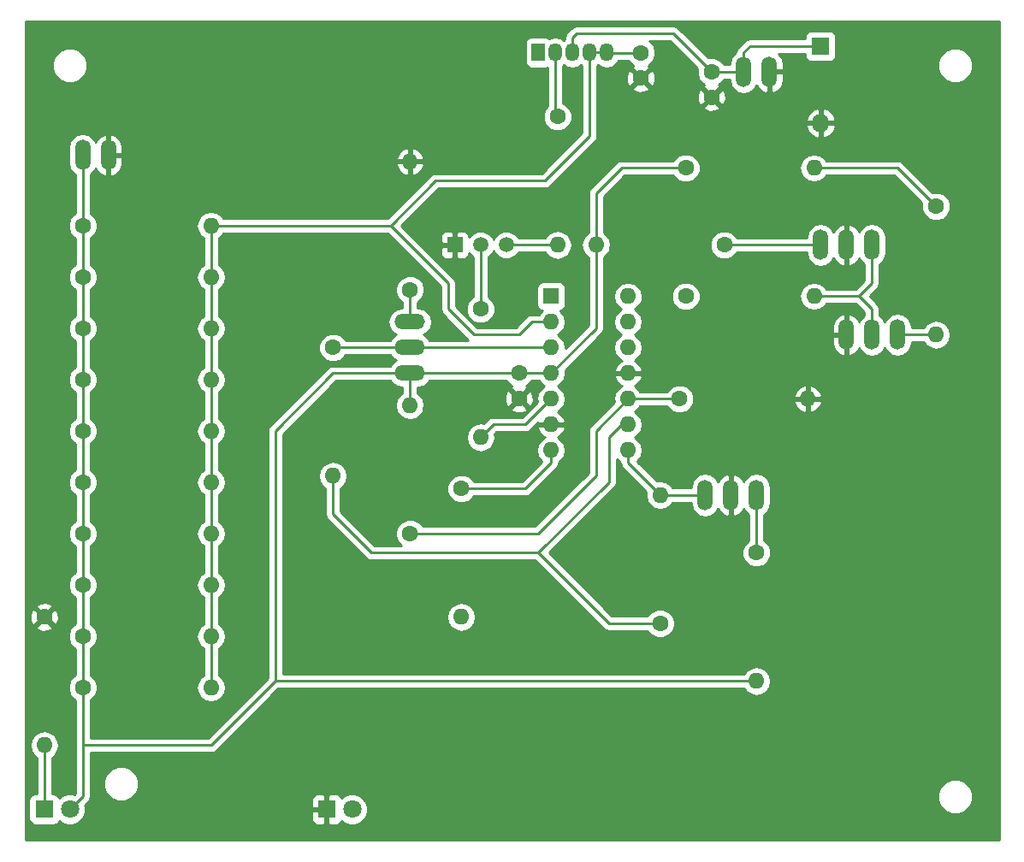
<source format=gbr>
G04 #@! TF.FileFunction,Copper,L1,Top,Signal*
%FSLAX46Y46*%
G04 Gerber Fmt 4.6, Leading zero omitted, Abs format (unit mm)*
G04 Created by KiCad (PCBNEW 4.0.7) date Mon Sep 25 09:44:11 2017*
%MOMM*%
%LPD*%
G01*
G04 APERTURE LIST*
%ADD10C,0.100000*%
%ADD11C,1.600000*%
%ADD12R,1.800000X1.800000*%
%ADD13O,1.800000X1.800000*%
%ADD14C,1.800000*%
%ADD15O,1.510000X3.010000*%
%ADD16C,1.520000*%
%ADD17R,1.520000X1.520000*%
%ADD18O,1.600000X1.600000*%
%ADD19O,3.010000X1.510000*%
%ADD20R,1.350000X1.800000*%
%ADD21O,1.350000X1.800000*%
%ADD22R,1.600000X1.600000*%
%ADD23C,0.250000*%
%ADD24C,0.254000*%
G04 APERTURE END LIST*
D10*
D11*
X81915000Y-22860000D03*
X81915000Y-20360000D03*
X88900000Y-22225000D03*
X88900000Y-24725000D03*
X69850000Y-52070000D03*
X69850000Y-54570000D03*
D12*
X99695000Y-19685000D03*
D13*
X99695000Y-27305000D03*
D12*
X50800000Y-95250000D03*
D14*
X53340000Y-95250000D03*
D15*
X92075000Y-22225000D03*
X94615000Y-22225000D03*
X26670000Y-30480000D03*
X29210000Y-30480000D03*
X104775000Y-39370000D03*
X102235000Y-39370000D03*
X99695000Y-39370000D03*
X88265000Y-64135000D03*
X90805000Y-64135000D03*
X93345000Y-64135000D03*
D16*
X66040000Y-39370000D03*
X68580000Y-39370000D03*
D17*
X63500000Y-39370000D03*
D11*
X26670000Y-78105000D03*
D18*
X39370000Y-78105000D03*
D11*
X26670000Y-83185000D03*
D18*
X39370000Y-83185000D03*
D11*
X26670000Y-73025000D03*
D18*
X39370000Y-73025000D03*
D11*
X26670000Y-67945000D03*
D18*
X39370000Y-67945000D03*
D11*
X26670000Y-62865000D03*
D18*
X39370000Y-62865000D03*
D11*
X26670000Y-57785000D03*
D18*
X39370000Y-57785000D03*
D11*
X26670000Y-52705000D03*
D18*
X39370000Y-52705000D03*
D11*
X26670000Y-47625000D03*
D18*
X39370000Y-47625000D03*
D11*
X26670000Y-42545000D03*
D18*
X39370000Y-42545000D03*
D11*
X26670000Y-37465000D03*
D18*
X39370000Y-37465000D03*
D11*
X73660000Y-26670000D03*
D18*
X73660000Y-39370000D03*
D11*
X66040000Y-45720000D03*
D18*
X66040000Y-58420000D03*
D11*
X59055000Y-43815000D03*
D18*
X59055000Y-31115000D03*
D11*
X86360000Y-44450000D03*
D18*
X99060000Y-44450000D03*
D11*
X111125000Y-35560000D03*
D18*
X111125000Y-48260000D03*
D11*
X64135000Y-63500000D03*
D18*
X64135000Y-76200000D03*
D11*
X51435000Y-49530000D03*
D18*
X51435000Y-62230000D03*
D11*
X83820000Y-76835000D03*
D18*
X83820000Y-64135000D03*
D11*
X59055000Y-67945000D03*
D18*
X59055000Y-55245000D03*
D11*
X90170000Y-39370000D03*
D18*
X77470000Y-39370000D03*
D11*
X85725000Y-54610000D03*
D18*
X98425000Y-54610000D03*
D19*
X59055000Y-52070000D03*
X59055000Y-49530000D03*
X59055000Y-46990000D03*
D15*
X102235000Y-48260000D03*
X104775000Y-48260000D03*
X107315000Y-48260000D03*
D20*
X71755000Y-20320000D03*
D21*
X73455000Y-20320000D03*
X75155000Y-20320000D03*
X76855000Y-20320000D03*
X78555000Y-20320000D03*
D11*
X93345000Y-69850000D03*
D18*
X93345000Y-82550000D03*
D22*
X73025000Y-44450000D03*
D18*
X80645000Y-59690000D03*
X73025000Y-46990000D03*
X80645000Y-57150000D03*
X73025000Y-49530000D03*
X80645000Y-54610000D03*
X73025000Y-52070000D03*
X80645000Y-52070000D03*
X73025000Y-54610000D03*
X80645000Y-49530000D03*
X73025000Y-57150000D03*
X80645000Y-46990000D03*
X73025000Y-59690000D03*
X80645000Y-44450000D03*
D12*
X22860000Y-95250000D03*
D14*
X25400000Y-95250000D03*
D11*
X86360000Y-31750000D03*
D18*
X99060000Y-31750000D03*
D11*
X22860000Y-76200000D03*
D18*
X22860000Y-88900000D03*
D23*
X77470000Y-39370000D02*
X77470000Y-34290000D01*
X80010000Y-31750000D02*
X86360000Y-31750000D01*
X77470000Y-34290000D02*
X80010000Y-31750000D01*
X26670000Y-88900000D02*
X39370000Y-88900000D01*
X39370000Y-88900000D02*
X41910000Y-86360000D01*
X26670000Y-83185000D02*
X26670000Y-88900000D01*
X26670000Y-88900000D02*
X26670000Y-93980000D01*
X26670000Y-93980000D02*
X25400000Y-95250000D01*
X45720000Y-82550000D02*
X45720000Y-57785000D01*
X51435000Y-52070000D02*
X59055000Y-52070000D01*
X45720000Y-57785000D02*
X51435000Y-52070000D01*
X45720000Y-82550000D02*
X93345000Y-82550000D01*
X41910000Y-86360000D02*
X45720000Y-82550000D01*
X77470000Y-39370000D02*
X77470000Y-47625000D01*
X77470000Y-47625000D02*
X73025000Y-52070000D01*
X59055000Y-52070000D02*
X59055000Y-55245000D01*
X59055000Y-52070000D02*
X69850000Y-52070000D01*
X73025000Y-52070000D02*
X69850000Y-52070000D01*
X26670000Y-30480000D02*
X26670000Y-37465000D01*
X26670000Y-67945000D02*
X26670000Y-73025000D01*
X26670000Y-73025000D02*
X26670000Y-78105000D01*
X26670000Y-78105000D02*
X26670000Y-83185000D01*
X26670000Y-37465000D02*
X26670000Y-42545000D01*
X26670000Y-42545000D02*
X26670000Y-47625000D01*
X26670000Y-47625000D02*
X26670000Y-52705000D01*
X26670000Y-52705000D02*
X26670000Y-57785000D01*
X26670000Y-57785000D02*
X26670000Y-62865000D01*
X26670000Y-62865000D02*
X26670000Y-83185000D01*
X26670000Y-83185000D02*
X26670000Y-71755000D01*
X90170000Y-39370000D02*
X99695000Y-39370000D01*
X80645000Y-59690000D02*
X80645000Y-60960000D01*
X80645000Y-60960000D02*
X83820000Y-64135000D01*
X83820000Y-64135000D02*
X88265000Y-64135000D01*
X93345000Y-64135000D02*
X93345000Y-69850000D01*
X66040000Y-39370000D02*
X66040000Y-45720000D01*
X68580000Y-39370000D02*
X73660000Y-39370000D01*
X73455000Y-20320000D02*
X73455000Y-26465000D01*
X73455000Y-26465000D02*
X73660000Y-26670000D01*
X73025000Y-54610000D02*
X70485000Y-57150000D01*
X67310000Y-57150000D02*
X66040000Y-58420000D01*
X70485000Y-57150000D02*
X67310000Y-57150000D01*
X107315000Y-48260000D02*
X111125000Y-48260000D01*
X73025000Y-59690000D02*
X73025000Y-60960000D01*
X70485000Y-63500000D02*
X64135000Y-63500000D01*
X73025000Y-60960000D02*
X70485000Y-63500000D01*
X57150000Y-37465000D02*
X61595000Y-33020000D01*
X76855000Y-28555000D02*
X76855000Y-20320000D01*
X72390000Y-33020000D02*
X76855000Y-28555000D01*
X61595000Y-33020000D02*
X72390000Y-33020000D01*
X39370000Y-37465000D02*
X57150000Y-37465000D01*
X71120000Y-46990000D02*
X73025000Y-46990000D01*
X69850000Y-48260000D02*
X71120000Y-46990000D01*
X65405000Y-48260000D02*
X69850000Y-48260000D01*
X62865000Y-45720000D02*
X65405000Y-48260000D01*
X62865000Y-43180000D02*
X62865000Y-45720000D01*
X57150000Y-37465000D02*
X62865000Y-43180000D01*
X81915000Y-20360000D02*
X78595000Y-20360000D01*
X78595000Y-20360000D02*
X78555000Y-20320000D01*
X78555000Y-20320000D02*
X76855000Y-20320000D01*
X39370000Y-62865000D02*
X39370000Y-67945000D01*
X39370000Y-37465000D02*
X39370000Y-83185000D01*
X39370000Y-83185000D02*
X39370000Y-78105000D01*
X39370000Y-78105000D02*
X39370000Y-73025000D01*
X39370000Y-73025000D02*
X39370000Y-67945000D01*
X39370000Y-67945000D02*
X39370000Y-61595000D01*
X39370000Y-61595000D02*
X39370000Y-57785000D01*
X39370000Y-57785000D02*
X39370000Y-52705000D01*
X39370000Y-52705000D02*
X39370000Y-47625000D01*
X39370000Y-47625000D02*
X39370000Y-42545000D01*
X39370000Y-42545000D02*
X39370000Y-37465000D01*
X99695000Y-19685000D02*
X92710000Y-19685000D01*
X92075000Y-20320000D02*
X92075000Y-22225000D01*
X92710000Y-19685000D02*
X92075000Y-20320000D01*
X75155000Y-20320000D02*
X75155000Y-18825000D01*
X85090000Y-18415000D02*
X88900000Y-22225000D01*
X75565000Y-18415000D02*
X85090000Y-18415000D01*
X75155000Y-18825000D02*
X75565000Y-18415000D01*
X88900000Y-22225000D02*
X92075000Y-22225000D01*
X103505000Y-44450000D02*
X104775000Y-45720000D01*
X104775000Y-45720000D02*
X104775000Y-48260000D01*
X104775000Y-39370000D02*
X104775000Y-43180000D01*
X103505000Y-44450000D02*
X99060000Y-44450000D01*
X104775000Y-43180000D02*
X103505000Y-44450000D01*
X59055000Y-43815000D02*
X59055000Y-46990000D01*
X59055000Y-49530000D02*
X51435000Y-49530000D01*
X73025000Y-49530000D02*
X59055000Y-49530000D01*
X71755000Y-69850000D02*
X78740000Y-76835000D01*
X78740000Y-76835000D02*
X83820000Y-76835000D01*
X80645000Y-57150000D02*
X80010000Y-57150000D01*
X80010000Y-57150000D02*
X78740000Y-58420000D01*
X78740000Y-58420000D02*
X78740000Y-62865000D01*
X78740000Y-62865000D02*
X71755000Y-69850000D01*
X71755000Y-69850000D02*
X55245000Y-69850000D01*
X55245000Y-69850000D02*
X51435000Y-66040000D01*
X51435000Y-66040000D02*
X51435000Y-62230000D01*
X59055000Y-67945000D02*
X71755000Y-67945000D01*
X77470000Y-57785000D02*
X80645000Y-54610000D01*
X77470000Y-62230000D02*
X77470000Y-57785000D01*
X71755000Y-67945000D02*
X77470000Y-62230000D01*
X80645000Y-54610000D02*
X85725000Y-54610000D01*
X99060000Y-31750000D02*
X107315000Y-31750000D01*
X107315000Y-31750000D02*
X111125000Y-35560000D01*
X22860000Y-88900000D02*
X22860000Y-95250000D01*
D24*
G36*
X117348000Y-98298000D02*
X21030000Y-98298000D01*
X21030000Y-94350000D01*
X21312560Y-94350000D01*
X21312560Y-96150000D01*
X21356838Y-96385317D01*
X21495910Y-96601441D01*
X21708110Y-96746431D01*
X21960000Y-96797440D01*
X23760000Y-96797440D01*
X23995317Y-96753162D01*
X24211441Y-96614090D01*
X24356431Y-96401890D01*
X24360567Y-96381466D01*
X24529357Y-96550551D01*
X25093330Y-96784733D01*
X25703991Y-96785265D01*
X26268371Y-96552068D01*
X26700551Y-96120643D01*
X26934733Y-95556670D01*
X26934751Y-95535750D01*
X49265000Y-95535750D01*
X49265000Y-96276310D01*
X49361673Y-96509699D01*
X49540302Y-96688327D01*
X49773691Y-96785000D01*
X50514250Y-96785000D01*
X50673000Y-96626250D01*
X50673000Y-95377000D01*
X49423750Y-95377000D01*
X49265000Y-95535750D01*
X26934751Y-95535750D01*
X26935265Y-94946009D01*
X26889515Y-94835287D01*
X27207401Y-94517401D01*
X27372148Y-94270840D01*
X27430000Y-93980000D01*
X27430000Y-93053599D01*
X28744699Y-93053599D01*
X29008281Y-93691515D01*
X29495918Y-94180004D01*
X30133373Y-94444699D01*
X30823599Y-94445301D01*
X31359937Y-94223690D01*
X49265000Y-94223690D01*
X49265000Y-94964250D01*
X49423750Y-95123000D01*
X50673000Y-95123000D01*
X50673000Y-93873750D01*
X50927000Y-93873750D01*
X50927000Y-95123000D01*
X50947000Y-95123000D01*
X50947000Y-95377000D01*
X50927000Y-95377000D01*
X50927000Y-96626250D01*
X51085750Y-96785000D01*
X51826309Y-96785000D01*
X52059698Y-96688327D01*
X52238327Y-96509699D01*
X52294119Y-96375006D01*
X52469357Y-96550551D01*
X53033330Y-96784733D01*
X53643991Y-96785265D01*
X54208371Y-96552068D01*
X54640551Y-96120643D01*
X54874733Y-95556670D01*
X54875265Y-94946009D01*
X54642068Y-94381629D01*
X54584140Y-94323599D01*
X111294699Y-94323599D01*
X111558281Y-94961515D01*
X112045918Y-95450004D01*
X112683373Y-95714699D01*
X113373599Y-95715301D01*
X114011515Y-95451719D01*
X114500004Y-94964082D01*
X114764699Y-94326627D01*
X114765301Y-93636401D01*
X114501719Y-92998485D01*
X114014082Y-92509996D01*
X113376627Y-92245301D01*
X112686401Y-92244699D01*
X112048485Y-92508281D01*
X111559996Y-92995918D01*
X111295301Y-93633373D01*
X111294699Y-94323599D01*
X54584140Y-94323599D01*
X54210643Y-93949449D01*
X53646670Y-93715267D01*
X53036009Y-93714735D01*
X52471629Y-93947932D01*
X52294159Y-94125092D01*
X52238327Y-93990301D01*
X52059698Y-93811673D01*
X51826309Y-93715000D01*
X51085750Y-93715000D01*
X50927000Y-93873750D01*
X50673000Y-93873750D01*
X50514250Y-93715000D01*
X49773691Y-93715000D01*
X49540302Y-93811673D01*
X49361673Y-93990301D01*
X49265000Y-94223690D01*
X31359937Y-94223690D01*
X31461515Y-94181719D01*
X31950004Y-93694082D01*
X32214699Y-93056627D01*
X32215301Y-92366401D01*
X31951719Y-91728485D01*
X31464082Y-91239996D01*
X30826627Y-90975301D01*
X30136401Y-90974699D01*
X29498485Y-91238281D01*
X29009996Y-91725918D01*
X28745301Y-92363373D01*
X28744699Y-93053599D01*
X27430000Y-93053599D01*
X27430000Y-89660000D01*
X39370000Y-89660000D01*
X39660839Y-89602148D01*
X39907401Y-89437401D01*
X46034802Y-83310000D01*
X92141333Y-83310000D01*
X92330302Y-83592811D01*
X92795849Y-83903880D01*
X93345000Y-84013113D01*
X93894151Y-83903880D01*
X94359698Y-83592811D01*
X94670767Y-83127264D01*
X94780000Y-82578113D01*
X94780000Y-82521887D01*
X94670767Y-81972736D01*
X94359698Y-81507189D01*
X93894151Y-81196120D01*
X93345000Y-81086887D01*
X92795849Y-81196120D01*
X92330302Y-81507189D01*
X92141333Y-81790000D01*
X46480000Y-81790000D01*
X46480000Y-76171887D01*
X62700000Y-76171887D01*
X62700000Y-76228113D01*
X62809233Y-76777264D01*
X63120302Y-77242811D01*
X63585849Y-77553880D01*
X64135000Y-77663113D01*
X64684151Y-77553880D01*
X65149698Y-77242811D01*
X65460767Y-76777264D01*
X65570000Y-76228113D01*
X65570000Y-76171887D01*
X65460767Y-75622736D01*
X65149698Y-75157189D01*
X64684151Y-74846120D01*
X64135000Y-74736887D01*
X63585849Y-74846120D01*
X63120302Y-75157189D01*
X62809233Y-75622736D01*
X62700000Y-76171887D01*
X46480000Y-76171887D01*
X46480000Y-62201887D01*
X50000000Y-62201887D01*
X50000000Y-62258113D01*
X50109233Y-62807264D01*
X50420302Y-63272811D01*
X50675000Y-63442995D01*
X50675000Y-66040000D01*
X50732852Y-66330839D01*
X50897599Y-66577401D01*
X54707599Y-70387401D01*
X54954161Y-70552148D01*
X55245000Y-70610000D01*
X71440198Y-70610000D01*
X78202599Y-77372401D01*
X78449161Y-77537148D01*
X78740000Y-77595000D01*
X82581354Y-77595000D01*
X82602757Y-77646800D01*
X83006077Y-78050824D01*
X83533309Y-78269750D01*
X84104187Y-78270248D01*
X84631800Y-78052243D01*
X85035824Y-77648923D01*
X85254750Y-77121691D01*
X85255248Y-76550813D01*
X85037243Y-76023200D01*
X84633923Y-75619176D01*
X84106691Y-75400250D01*
X83535813Y-75399752D01*
X83008200Y-75617757D01*
X82604176Y-76021077D01*
X82581785Y-76075000D01*
X79054802Y-76075000D01*
X72829802Y-69850000D01*
X79277401Y-63402401D01*
X79442148Y-63155839D01*
X79500000Y-62865000D01*
X79500000Y-60551762D01*
X79602189Y-60704698D01*
X79885000Y-60893667D01*
X79885000Y-60960000D01*
X79942852Y-61250839D01*
X80107599Y-61497401D01*
X82440096Y-63829898D01*
X82385000Y-64106887D01*
X82385000Y-64163113D01*
X82494233Y-64712264D01*
X82805302Y-65177811D01*
X83270849Y-65488880D01*
X83820000Y-65598113D01*
X84369151Y-65488880D01*
X84834698Y-65177811D01*
X85023667Y-64895000D01*
X86875000Y-64895000D01*
X86875000Y-64926925D01*
X86980807Y-65458855D01*
X87282122Y-65909803D01*
X87733070Y-66211118D01*
X88265000Y-66316925D01*
X88796930Y-66211118D01*
X89247878Y-65909803D01*
X89547751Y-65461013D01*
X89569408Y-65534263D01*
X89911924Y-65957681D01*
X90390403Y-66217793D01*
X90463029Y-66232277D01*
X90678000Y-66109683D01*
X90678000Y-64262000D01*
X90658000Y-64262000D01*
X90658000Y-64008000D01*
X90678000Y-64008000D01*
X90678000Y-62160317D01*
X90932000Y-62160317D01*
X90932000Y-64008000D01*
X90952000Y-64008000D01*
X90952000Y-64262000D01*
X90932000Y-64262000D01*
X90932000Y-66109683D01*
X91146971Y-66232277D01*
X91219597Y-66217793D01*
X91698076Y-65957681D01*
X92040592Y-65534263D01*
X92062249Y-65461013D01*
X92362122Y-65909803D01*
X92585000Y-66058726D01*
X92585000Y-68611354D01*
X92533200Y-68632757D01*
X92129176Y-69036077D01*
X91910250Y-69563309D01*
X91909752Y-70134187D01*
X92127757Y-70661800D01*
X92531077Y-71065824D01*
X93058309Y-71284750D01*
X93629187Y-71285248D01*
X94156800Y-71067243D01*
X94560824Y-70663923D01*
X94779750Y-70136691D01*
X94780248Y-69565813D01*
X94562243Y-69038200D01*
X94158923Y-68634176D01*
X94105000Y-68611785D01*
X94105000Y-66058726D01*
X94327878Y-65909803D01*
X94629193Y-65458855D01*
X94735000Y-64926925D01*
X94735000Y-63343075D01*
X94629193Y-62811145D01*
X94327878Y-62360197D01*
X93876930Y-62058882D01*
X93345000Y-61953075D01*
X92813070Y-62058882D01*
X92362122Y-62360197D01*
X92062249Y-62808987D01*
X92040592Y-62735737D01*
X91698076Y-62312319D01*
X91219597Y-62052207D01*
X91146971Y-62037723D01*
X90932000Y-62160317D01*
X90678000Y-62160317D01*
X90463029Y-62037723D01*
X90390403Y-62052207D01*
X89911924Y-62312319D01*
X89569408Y-62735737D01*
X89547751Y-62808987D01*
X89247878Y-62360197D01*
X88796930Y-62058882D01*
X88265000Y-61953075D01*
X87733070Y-62058882D01*
X87282122Y-62360197D01*
X86980807Y-62811145D01*
X86875000Y-63343075D01*
X86875000Y-63375000D01*
X85023667Y-63375000D01*
X84834698Y-63092189D01*
X84369151Y-62781120D01*
X83820000Y-62671887D01*
X83496114Y-62736312D01*
X81553946Y-60794144D01*
X81687811Y-60704698D01*
X81998880Y-60239151D01*
X82108113Y-59690000D01*
X81998880Y-59140849D01*
X81687811Y-58675302D01*
X81305725Y-58420000D01*
X81687811Y-58164698D01*
X81998880Y-57699151D01*
X82108113Y-57150000D01*
X81998880Y-56600849D01*
X81687811Y-56135302D01*
X81305725Y-55880000D01*
X81687811Y-55624698D01*
X81857995Y-55370000D01*
X84486354Y-55370000D01*
X84507757Y-55421800D01*
X84911077Y-55825824D01*
X85438309Y-56044750D01*
X86009187Y-56045248D01*
X86536800Y-55827243D01*
X86940824Y-55423923D01*
X87133860Y-54959039D01*
X97033096Y-54959039D01*
X97193959Y-55347423D01*
X97569866Y-55762389D01*
X98075959Y-56001914D01*
X98298000Y-55880629D01*
X98298000Y-54737000D01*
X98552000Y-54737000D01*
X98552000Y-55880629D01*
X98774041Y-56001914D01*
X99280134Y-55762389D01*
X99656041Y-55347423D01*
X99816904Y-54959039D01*
X99694915Y-54737000D01*
X98552000Y-54737000D01*
X98298000Y-54737000D01*
X97155085Y-54737000D01*
X97033096Y-54959039D01*
X87133860Y-54959039D01*
X87159750Y-54896691D01*
X87160248Y-54325813D01*
X87133452Y-54260961D01*
X97033096Y-54260961D01*
X97155085Y-54483000D01*
X98298000Y-54483000D01*
X98298000Y-53339371D01*
X98552000Y-53339371D01*
X98552000Y-54483000D01*
X99694915Y-54483000D01*
X99816904Y-54260961D01*
X99656041Y-53872577D01*
X99280134Y-53457611D01*
X98774041Y-53218086D01*
X98552000Y-53339371D01*
X98298000Y-53339371D01*
X98075959Y-53218086D01*
X97569866Y-53457611D01*
X97193959Y-53872577D01*
X97033096Y-54260961D01*
X87133452Y-54260961D01*
X86942243Y-53798200D01*
X86538923Y-53394176D01*
X86011691Y-53175250D01*
X85440813Y-53174752D01*
X84913200Y-53392757D01*
X84509176Y-53796077D01*
X84486785Y-53850000D01*
X81857995Y-53850000D01*
X81687811Y-53595302D01*
X81283297Y-53325014D01*
X81500134Y-53222389D01*
X81876041Y-52807423D01*
X82036904Y-52419039D01*
X81914915Y-52197000D01*
X80772000Y-52197000D01*
X80772000Y-52217000D01*
X80518000Y-52217000D01*
X80518000Y-52197000D01*
X79375085Y-52197000D01*
X79253096Y-52419039D01*
X79413959Y-52807423D01*
X79789866Y-53222389D01*
X80006703Y-53325014D01*
X79602189Y-53595302D01*
X79291120Y-54060849D01*
X79181887Y-54610000D01*
X79246312Y-54933886D01*
X76932599Y-57247599D01*
X76767852Y-57494161D01*
X76710000Y-57785000D01*
X76710000Y-61915197D01*
X71440198Y-67185000D01*
X60293646Y-67185000D01*
X60272243Y-67133200D01*
X59868923Y-66729176D01*
X59341691Y-66510250D01*
X58770813Y-66509752D01*
X58243200Y-66727757D01*
X57839176Y-67131077D01*
X57620250Y-67658309D01*
X57619752Y-68229187D01*
X57837757Y-68756800D01*
X58170376Y-69090000D01*
X55559802Y-69090000D01*
X52195000Y-65725198D01*
X52195000Y-63784187D01*
X62699752Y-63784187D01*
X62917757Y-64311800D01*
X63321077Y-64715824D01*
X63848309Y-64934750D01*
X64419187Y-64935248D01*
X64946800Y-64717243D01*
X65350824Y-64313923D01*
X65373215Y-64260000D01*
X70485000Y-64260000D01*
X70775839Y-64202148D01*
X71022401Y-64037401D01*
X73562401Y-61497401D01*
X73727148Y-61250840D01*
X73765586Y-61057599D01*
X73785000Y-60960000D01*
X73785000Y-60893667D01*
X74067811Y-60704698D01*
X74378880Y-60239151D01*
X74488113Y-59690000D01*
X74378880Y-59140849D01*
X74067811Y-58675302D01*
X73663297Y-58405014D01*
X73880134Y-58302389D01*
X74256041Y-57887423D01*
X74416904Y-57499039D01*
X74294915Y-57277000D01*
X73152000Y-57277000D01*
X73152000Y-57297000D01*
X72898000Y-57297000D01*
X72898000Y-57277000D01*
X71755085Y-57277000D01*
X71633096Y-57499039D01*
X71793959Y-57887423D01*
X72169866Y-58302389D01*
X72386703Y-58405014D01*
X71982189Y-58675302D01*
X71671120Y-59140849D01*
X71561887Y-59690000D01*
X71671120Y-60239151D01*
X71982189Y-60704698D01*
X72116054Y-60794144D01*
X70170198Y-62740000D01*
X65373646Y-62740000D01*
X65352243Y-62688200D01*
X64948923Y-62284176D01*
X64421691Y-62065250D01*
X63850813Y-62064752D01*
X63323200Y-62282757D01*
X62919176Y-62686077D01*
X62700250Y-63213309D01*
X62699752Y-63784187D01*
X52195000Y-63784187D01*
X52195000Y-63442995D01*
X52449698Y-63272811D01*
X52760767Y-62807264D01*
X52870000Y-62258113D01*
X52870000Y-62201887D01*
X52760767Y-61652736D01*
X52449698Y-61187189D01*
X51984151Y-60876120D01*
X51435000Y-60766887D01*
X50885849Y-60876120D01*
X50420302Y-61187189D01*
X50109233Y-61652736D01*
X50000000Y-62201887D01*
X46480000Y-62201887D01*
X46480000Y-58099802D01*
X51749803Y-52830000D01*
X57131274Y-52830000D01*
X57280197Y-53052878D01*
X57731145Y-53354193D01*
X58263075Y-53460000D01*
X58295000Y-53460000D01*
X58295000Y-54032005D01*
X58040302Y-54202189D01*
X57729233Y-54667736D01*
X57620000Y-55216887D01*
X57620000Y-55273113D01*
X57729233Y-55822264D01*
X58040302Y-56287811D01*
X58505849Y-56598880D01*
X59055000Y-56708113D01*
X59604151Y-56598880D01*
X60069698Y-56287811D01*
X60380767Y-55822264D01*
X60429404Y-55577745D01*
X69021861Y-55577745D01*
X69095995Y-55823864D01*
X69633223Y-56016965D01*
X70203454Y-55989778D01*
X70604005Y-55823864D01*
X70678139Y-55577745D01*
X69850000Y-54749605D01*
X69021861Y-55577745D01*
X60429404Y-55577745D01*
X60490000Y-55273113D01*
X60490000Y-55216887D01*
X60380767Y-54667736D01*
X60170616Y-54353223D01*
X68403035Y-54353223D01*
X68430222Y-54923454D01*
X68596136Y-55324005D01*
X68842255Y-55398139D01*
X69670395Y-54570000D01*
X70029605Y-54570000D01*
X70857745Y-55398139D01*
X71103864Y-55324005D01*
X71296965Y-54786777D01*
X71269778Y-54216546D01*
X71103864Y-53815995D01*
X70857745Y-53741861D01*
X70029605Y-54570000D01*
X69670395Y-54570000D01*
X68842255Y-53741861D01*
X68596136Y-53815995D01*
X68403035Y-54353223D01*
X60170616Y-54353223D01*
X60069698Y-54202189D01*
X59815000Y-54032005D01*
X59815000Y-53460000D01*
X59846925Y-53460000D01*
X60378855Y-53354193D01*
X60829803Y-53052878D01*
X60978726Y-52830000D01*
X68611354Y-52830000D01*
X68632757Y-52881800D01*
X69036077Y-53285824D01*
X69102544Y-53313423D01*
X69095995Y-53316136D01*
X69021861Y-53562255D01*
X69850000Y-54390395D01*
X70678139Y-53562255D01*
X70604005Y-53316136D01*
X70597517Y-53313804D01*
X70661800Y-53287243D01*
X71065824Y-52883923D01*
X71088215Y-52830000D01*
X71812005Y-52830000D01*
X71982189Y-53084698D01*
X72364275Y-53340000D01*
X71982189Y-53595302D01*
X71671120Y-54060849D01*
X71561887Y-54610000D01*
X71626312Y-54933886D01*
X70170198Y-56390000D01*
X67310000Y-56390000D01*
X67019160Y-56447852D01*
X66772599Y-56612599D01*
X66363886Y-57021312D01*
X66040000Y-56956887D01*
X65490849Y-57066120D01*
X65025302Y-57377189D01*
X64714233Y-57842736D01*
X64605000Y-58391887D01*
X64605000Y-58448113D01*
X64714233Y-58997264D01*
X65025302Y-59462811D01*
X65490849Y-59773880D01*
X66040000Y-59883113D01*
X66589151Y-59773880D01*
X67054698Y-59462811D01*
X67365767Y-58997264D01*
X67475000Y-58448113D01*
X67475000Y-58391887D01*
X67419904Y-58114898D01*
X67624802Y-57910000D01*
X70485000Y-57910000D01*
X70775839Y-57852148D01*
X71022401Y-57687401D01*
X71730873Y-56978929D01*
X71755085Y-57023000D01*
X72898000Y-57023000D01*
X72898000Y-57003000D01*
X73152000Y-57003000D01*
X73152000Y-57023000D01*
X74294915Y-57023000D01*
X74416904Y-56800961D01*
X74256041Y-56412577D01*
X73880134Y-55997611D01*
X73663297Y-55894986D01*
X74067811Y-55624698D01*
X74378880Y-55159151D01*
X74488113Y-54610000D01*
X74378880Y-54060849D01*
X74067811Y-53595302D01*
X73685725Y-53340000D01*
X74067811Y-53084698D01*
X74378880Y-52619151D01*
X74488113Y-52070000D01*
X74423688Y-51746114D01*
X78007401Y-48162401D01*
X78172148Y-47915840D01*
X78230000Y-47625000D01*
X78230000Y-44450000D01*
X79181887Y-44450000D01*
X79291120Y-44999151D01*
X79602189Y-45464698D01*
X79984275Y-45720000D01*
X79602189Y-45975302D01*
X79291120Y-46440849D01*
X79181887Y-46990000D01*
X79291120Y-47539151D01*
X79602189Y-48004698D01*
X79984275Y-48260000D01*
X79602189Y-48515302D01*
X79291120Y-48980849D01*
X79181887Y-49530000D01*
X79291120Y-50079151D01*
X79602189Y-50544698D01*
X80006703Y-50814986D01*
X79789866Y-50917611D01*
X79413959Y-51332577D01*
X79253096Y-51720961D01*
X79375085Y-51943000D01*
X80518000Y-51943000D01*
X80518000Y-51923000D01*
X80772000Y-51923000D01*
X80772000Y-51943000D01*
X81914915Y-51943000D01*
X82036904Y-51720961D01*
X81876041Y-51332577D01*
X81500134Y-50917611D01*
X81283297Y-50814986D01*
X81687811Y-50544698D01*
X81998880Y-50079151D01*
X82108113Y-49530000D01*
X81998880Y-48980849D01*
X81687811Y-48515302D01*
X81495794Y-48387000D01*
X100845000Y-48387000D01*
X100845000Y-49137000D01*
X100999408Y-49659263D01*
X101341924Y-50082681D01*
X101820403Y-50342793D01*
X101893029Y-50357277D01*
X102108000Y-50234683D01*
X102108000Y-48387000D01*
X100845000Y-48387000D01*
X81495794Y-48387000D01*
X81305725Y-48260000D01*
X81687811Y-48004698D01*
X81998880Y-47539151D01*
X82029940Y-47383000D01*
X100845000Y-47383000D01*
X100845000Y-48133000D01*
X102108000Y-48133000D01*
X102108000Y-46285317D01*
X101893029Y-46162723D01*
X101820403Y-46177207D01*
X101341924Y-46437319D01*
X100999408Y-46860737D01*
X100845000Y-47383000D01*
X82029940Y-47383000D01*
X82108113Y-46990000D01*
X81998880Y-46440849D01*
X81687811Y-45975302D01*
X81305725Y-45720000D01*
X81687811Y-45464698D01*
X81998880Y-44999151D01*
X82051584Y-44734187D01*
X84924752Y-44734187D01*
X85142757Y-45261800D01*
X85546077Y-45665824D01*
X86073309Y-45884750D01*
X86644187Y-45885248D01*
X87171800Y-45667243D01*
X87575824Y-45263923D01*
X87794750Y-44736691D01*
X87795000Y-44450000D01*
X97596887Y-44450000D01*
X97706120Y-44999151D01*
X98017189Y-45464698D01*
X98482736Y-45775767D01*
X99031887Y-45885000D01*
X99088113Y-45885000D01*
X99637264Y-45775767D01*
X100102811Y-45464698D01*
X100272995Y-45210000D01*
X103190198Y-45210000D01*
X104015000Y-46034802D01*
X104015000Y-46336274D01*
X103792122Y-46485197D01*
X103492249Y-46933987D01*
X103470592Y-46860737D01*
X103128076Y-46437319D01*
X102649597Y-46177207D01*
X102576971Y-46162723D01*
X102362000Y-46285317D01*
X102362000Y-48133000D01*
X102382000Y-48133000D01*
X102382000Y-48387000D01*
X102362000Y-48387000D01*
X102362000Y-50234683D01*
X102576971Y-50357277D01*
X102649597Y-50342793D01*
X103128076Y-50082681D01*
X103470592Y-49659263D01*
X103492249Y-49586013D01*
X103792122Y-50034803D01*
X104243070Y-50336118D01*
X104775000Y-50441925D01*
X105306930Y-50336118D01*
X105757878Y-50034803D01*
X106045000Y-49605096D01*
X106332122Y-50034803D01*
X106783070Y-50336118D01*
X107315000Y-50441925D01*
X107846930Y-50336118D01*
X108297878Y-50034803D01*
X108599193Y-49583855D01*
X108705000Y-49051925D01*
X108705000Y-49020000D01*
X109921333Y-49020000D01*
X110110302Y-49302811D01*
X110575849Y-49613880D01*
X111125000Y-49723113D01*
X111674151Y-49613880D01*
X112139698Y-49302811D01*
X112450767Y-48837264D01*
X112560000Y-48288113D01*
X112560000Y-48231887D01*
X112450767Y-47682736D01*
X112139698Y-47217189D01*
X111674151Y-46906120D01*
X111125000Y-46796887D01*
X110575849Y-46906120D01*
X110110302Y-47217189D01*
X109921333Y-47500000D01*
X108705000Y-47500000D01*
X108705000Y-47468075D01*
X108599193Y-46936145D01*
X108297878Y-46485197D01*
X107846930Y-46183882D01*
X107315000Y-46078075D01*
X106783070Y-46183882D01*
X106332122Y-46485197D01*
X106045000Y-46914904D01*
X105757878Y-46485197D01*
X105535000Y-46336274D01*
X105535000Y-45720000D01*
X105477148Y-45429161D01*
X105477148Y-45429160D01*
X105312401Y-45182599D01*
X104579802Y-44450000D01*
X105312401Y-43717401D01*
X105477148Y-43470840D01*
X105535000Y-43180000D01*
X105535000Y-41293726D01*
X105757878Y-41144803D01*
X106059193Y-40693855D01*
X106165000Y-40161925D01*
X106165000Y-38578075D01*
X106059193Y-38046145D01*
X105757878Y-37595197D01*
X105306930Y-37293882D01*
X104775000Y-37188075D01*
X104243070Y-37293882D01*
X103792122Y-37595197D01*
X103492249Y-38043987D01*
X103470592Y-37970737D01*
X103128076Y-37547319D01*
X102649597Y-37287207D01*
X102576971Y-37272723D01*
X102362000Y-37395317D01*
X102362000Y-39243000D01*
X102382000Y-39243000D01*
X102382000Y-39497000D01*
X102362000Y-39497000D01*
X102362000Y-41344683D01*
X102576971Y-41467277D01*
X102649597Y-41452793D01*
X103128076Y-41192681D01*
X103470592Y-40769263D01*
X103492249Y-40696013D01*
X103792122Y-41144803D01*
X104015000Y-41293726D01*
X104015000Y-42865198D01*
X103190198Y-43690000D01*
X100272995Y-43690000D01*
X100102811Y-43435302D01*
X99637264Y-43124233D01*
X99088113Y-43015000D01*
X99031887Y-43015000D01*
X98482736Y-43124233D01*
X98017189Y-43435302D01*
X97706120Y-43900849D01*
X97596887Y-44450000D01*
X87795000Y-44450000D01*
X87795248Y-44165813D01*
X87577243Y-43638200D01*
X87173923Y-43234176D01*
X86646691Y-43015250D01*
X86075813Y-43014752D01*
X85548200Y-43232757D01*
X85144176Y-43636077D01*
X84925250Y-44163309D01*
X84924752Y-44734187D01*
X82051584Y-44734187D01*
X82108113Y-44450000D01*
X81998880Y-43900849D01*
X81687811Y-43435302D01*
X81222264Y-43124233D01*
X80673113Y-43015000D01*
X80616887Y-43015000D01*
X80067736Y-43124233D01*
X79602189Y-43435302D01*
X79291120Y-43900849D01*
X79181887Y-44450000D01*
X78230000Y-44450000D01*
X78230000Y-40573667D01*
X78512811Y-40384698D01*
X78823880Y-39919151D01*
X78876584Y-39654187D01*
X88734752Y-39654187D01*
X88952757Y-40181800D01*
X89356077Y-40585824D01*
X89883309Y-40804750D01*
X90454187Y-40805248D01*
X90981800Y-40587243D01*
X91385824Y-40183923D01*
X91408215Y-40130000D01*
X98305000Y-40130000D01*
X98305000Y-40161925D01*
X98410807Y-40693855D01*
X98712122Y-41144803D01*
X99163070Y-41446118D01*
X99695000Y-41551925D01*
X100226930Y-41446118D01*
X100677878Y-41144803D01*
X100977751Y-40696013D01*
X100999408Y-40769263D01*
X101341924Y-41192681D01*
X101820403Y-41452793D01*
X101893029Y-41467277D01*
X102108000Y-41344683D01*
X102108000Y-39497000D01*
X102088000Y-39497000D01*
X102088000Y-39243000D01*
X102108000Y-39243000D01*
X102108000Y-37395317D01*
X101893029Y-37272723D01*
X101820403Y-37287207D01*
X101341924Y-37547319D01*
X100999408Y-37970737D01*
X100977751Y-38043987D01*
X100677878Y-37595197D01*
X100226930Y-37293882D01*
X99695000Y-37188075D01*
X99163070Y-37293882D01*
X98712122Y-37595197D01*
X98410807Y-38046145D01*
X98305000Y-38578075D01*
X98305000Y-38610000D01*
X91408646Y-38610000D01*
X91387243Y-38558200D01*
X90983923Y-38154176D01*
X90456691Y-37935250D01*
X89885813Y-37934752D01*
X89358200Y-38152757D01*
X88954176Y-38556077D01*
X88735250Y-39083309D01*
X88734752Y-39654187D01*
X78876584Y-39654187D01*
X78933113Y-39370000D01*
X78823880Y-38820849D01*
X78512811Y-38355302D01*
X78230000Y-38166333D01*
X78230000Y-34604802D01*
X80324802Y-32510000D01*
X85121354Y-32510000D01*
X85142757Y-32561800D01*
X85546077Y-32965824D01*
X86073309Y-33184750D01*
X86644187Y-33185248D01*
X87171800Y-32967243D01*
X87575824Y-32563923D01*
X87794750Y-32036691D01*
X87795000Y-31750000D01*
X97596887Y-31750000D01*
X97706120Y-32299151D01*
X98017189Y-32764698D01*
X98482736Y-33075767D01*
X99031887Y-33185000D01*
X99088113Y-33185000D01*
X99637264Y-33075767D01*
X100102811Y-32764698D01*
X100272995Y-32510000D01*
X107000198Y-32510000D01*
X109711744Y-35221546D01*
X109690250Y-35273309D01*
X109689752Y-35844187D01*
X109907757Y-36371800D01*
X110311077Y-36775824D01*
X110838309Y-36994750D01*
X111409187Y-36995248D01*
X111936800Y-36777243D01*
X112340824Y-36373923D01*
X112559750Y-35846691D01*
X112560248Y-35275813D01*
X112342243Y-34748200D01*
X111938923Y-34344176D01*
X111411691Y-34125250D01*
X110840813Y-34124752D01*
X110786851Y-34147049D01*
X107852401Y-31212599D01*
X107605839Y-31047852D01*
X107315000Y-30990000D01*
X100272995Y-30990000D01*
X100102811Y-30735302D01*
X99637264Y-30424233D01*
X99088113Y-30315000D01*
X99031887Y-30315000D01*
X98482736Y-30424233D01*
X98017189Y-30735302D01*
X97706120Y-31200849D01*
X97596887Y-31750000D01*
X87795000Y-31750000D01*
X87795248Y-31465813D01*
X87577243Y-30938200D01*
X87173923Y-30534176D01*
X86646691Y-30315250D01*
X86075813Y-30314752D01*
X85548200Y-30532757D01*
X85144176Y-30936077D01*
X85121785Y-30990000D01*
X80010000Y-30990000D01*
X79767414Y-31038254D01*
X79719160Y-31047852D01*
X79472599Y-31212599D01*
X76932599Y-33752599D01*
X76767852Y-33999161D01*
X76710000Y-34290000D01*
X76710000Y-38166333D01*
X76427189Y-38355302D01*
X76116120Y-38820849D01*
X76006887Y-39370000D01*
X76116120Y-39919151D01*
X76427189Y-40384698D01*
X76710000Y-40573667D01*
X76710000Y-47310198D01*
X74487595Y-49532603D01*
X74488113Y-49530000D01*
X74378880Y-48980849D01*
X74067811Y-48515302D01*
X73685725Y-48260000D01*
X74067811Y-48004698D01*
X74378880Y-47539151D01*
X74488113Y-46990000D01*
X74378880Y-46440849D01*
X74067811Y-45975302D01*
X73923535Y-45878899D01*
X74060317Y-45853162D01*
X74276441Y-45714090D01*
X74421431Y-45501890D01*
X74472440Y-45250000D01*
X74472440Y-43650000D01*
X74428162Y-43414683D01*
X74289090Y-43198559D01*
X74076890Y-43053569D01*
X73825000Y-43002560D01*
X72225000Y-43002560D01*
X71989683Y-43046838D01*
X71773559Y-43185910D01*
X71628569Y-43398110D01*
X71577560Y-43650000D01*
X71577560Y-45250000D01*
X71621838Y-45485317D01*
X71760910Y-45701441D01*
X71973110Y-45846431D01*
X72128089Y-45877815D01*
X71982189Y-45975302D01*
X71812005Y-46230000D01*
X71120000Y-46230000D01*
X70829160Y-46287852D01*
X70582599Y-46452599D01*
X69535198Y-47500000D01*
X65719802Y-47500000D01*
X63625000Y-45405198D01*
X63625000Y-43180000D01*
X63567148Y-42889161D01*
X63402402Y-42642599D01*
X60415553Y-39655750D01*
X62105000Y-39655750D01*
X62105000Y-40256309D01*
X62201673Y-40489698D01*
X62380301Y-40668327D01*
X62613690Y-40765000D01*
X63214250Y-40765000D01*
X63373000Y-40606250D01*
X63373000Y-39497000D01*
X62263750Y-39497000D01*
X62105000Y-39655750D01*
X60415553Y-39655750D01*
X59243494Y-38483691D01*
X62105000Y-38483691D01*
X62105000Y-39084250D01*
X62263750Y-39243000D01*
X63373000Y-39243000D01*
X63373000Y-38133750D01*
X63627000Y-38133750D01*
X63627000Y-39243000D01*
X63647000Y-39243000D01*
X63647000Y-39497000D01*
X63627000Y-39497000D01*
X63627000Y-40606250D01*
X63785750Y-40765000D01*
X64386310Y-40765000D01*
X64619699Y-40668327D01*
X64798327Y-40489698D01*
X64895000Y-40256309D01*
X64895000Y-40197552D01*
X65248764Y-40551934D01*
X65280000Y-40564904D01*
X65280000Y-44481354D01*
X65228200Y-44502757D01*
X64824176Y-44906077D01*
X64605250Y-45433309D01*
X64604752Y-46004187D01*
X64822757Y-46531800D01*
X65226077Y-46935824D01*
X65753309Y-47154750D01*
X66324187Y-47155248D01*
X66851800Y-46937243D01*
X67255824Y-46533923D01*
X67474750Y-46006691D01*
X67475248Y-45435813D01*
X67257243Y-44908200D01*
X66853923Y-44504176D01*
X66800000Y-44481785D01*
X66800000Y-40565367D01*
X66829172Y-40553313D01*
X67221934Y-40161236D01*
X67309954Y-39949262D01*
X67396687Y-40159172D01*
X67788764Y-40551934D01*
X68301300Y-40764758D01*
X68856265Y-40765242D01*
X69369172Y-40553313D01*
X69761934Y-40161236D01*
X69774904Y-40130000D01*
X72456333Y-40130000D01*
X72645302Y-40412811D01*
X73110849Y-40723880D01*
X73660000Y-40833113D01*
X74209151Y-40723880D01*
X74674698Y-40412811D01*
X74985767Y-39947264D01*
X75095000Y-39398113D01*
X75095000Y-39341887D01*
X74985767Y-38792736D01*
X74674698Y-38327189D01*
X74209151Y-38016120D01*
X73660000Y-37906887D01*
X73110849Y-38016120D01*
X72645302Y-38327189D01*
X72456333Y-38610000D01*
X69775367Y-38610000D01*
X69763313Y-38580828D01*
X69371236Y-38188066D01*
X68858700Y-37975242D01*
X68303735Y-37974758D01*
X67790828Y-38186687D01*
X67398066Y-38578764D01*
X67310046Y-38790738D01*
X67223313Y-38580828D01*
X66831236Y-38188066D01*
X66318700Y-37975242D01*
X65763735Y-37974758D01*
X65250828Y-38186687D01*
X64895000Y-38541894D01*
X64895000Y-38483691D01*
X64798327Y-38250302D01*
X64619699Y-38071673D01*
X64386310Y-37975000D01*
X63785750Y-37975000D01*
X63627000Y-38133750D01*
X63373000Y-38133750D01*
X63214250Y-37975000D01*
X62613690Y-37975000D01*
X62380301Y-38071673D01*
X62201673Y-38250302D01*
X62105000Y-38483691D01*
X59243494Y-38483691D01*
X58224802Y-37465000D01*
X61909802Y-33780000D01*
X72390000Y-33780000D01*
X72680839Y-33722148D01*
X72927401Y-33557401D01*
X77392401Y-29092401D01*
X77557148Y-28845839D01*
X77615000Y-28555000D01*
X77615000Y-27669742D01*
X98203954Y-27669742D01*
X98457034Y-28212576D01*
X98898583Y-28617240D01*
X99330260Y-28796036D01*
X99568000Y-28675378D01*
X99568000Y-27432000D01*
X99822000Y-27432000D01*
X99822000Y-28675378D01*
X100059740Y-28796036D01*
X100491417Y-28617240D01*
X100932966Y-28212576D01*
X101186046Y-27669742D01*
X101065997Y-27432000D01*
X99822000Y-27432000D01*
X99568000Y-27432000D01*
X98324003Y-27432000D01*
X98203954Y-27669742D01*
X77615000Y-27669742D01*
X77615000Y-26940258D01*
X98203954Y-26940258D01*
X98324003Y-27178000D01*
X99568000Y-27178000D01*
X99568000Y-25934622D01*
X99822000Y-25934622D01*
X99822000Y-27178000D01*
X101065997Y-27178000D01*
X101186046Y-26940258D01*
X100932966Y-26397424D01*
X100491417Y-25992760D01*
X100059740Y-25813964D01*
X99822000Y-25934622D01*
X99568000Y-25934622D01*
X99330260Y-25813964D01*
X98898583Y-25992760D01*
X98457034Y-26397424D01*
X98203954Y-26940258D01*
X77615000Y-26940258D01*
X77615000Y-25732745D01*
X88071861Y-25732745D01*
X88145995Y-25978864D01*
X88683223Y-26171965D01*
X89253454Y-26144778D01*
X89654005Y-25978864D01*
X89728139Y-25732745D01*
X88900000Y-24904605D01*
X88071861Y-25732745D01*
X77615000Y-25732745D01*
X77615000Y-24508223D01*
X87453035Y-24508223D01*
X87480222Y-25078454D01*
X87646136Y-25479005D01*
X87892255Y-25553139D01*
X88720395Y-24725000D01*
X89079605Y-24725000D01*
X89907745Y-25553139D01*
X90153864Y-25479005D01*
X90346965Y-24941777D01*
X90319778Y-24371546D01*
X90153864Y-23970995D01*
X89907745Y-23896861D01*
X89079605Y-24725000D01*
X88720395Y-24725000D01*
X87892255Y-23896861D01*
X87646136Y-23970995D01*
X87453035Y-24508223D01*
X77615000Y-24508223D01*
X77615000Y-23867745D01*
X81086861Y-23867745D01*
X81160995Y-24113864D01*
X81698223Y-24306965D01*
X82268454Y-24279778D01*
X82669005Y-24113864D01*
X82743139Y-23867745D01*
X81915000Y-23039605D01*
X81086861Y-23867745D01*
X77615000Y-23867745D01*
X77615000Y-22643223D01*
X80468035Y-22643223D01*
X80495222Y-23213454D01*
X80661136Y-23614005D01*
X80907255Y-23688139D01*
X81735395Y-22860000D01*
X82094605Y-22860000D01*
X82922745Y-23688139D01*
X83168864Y-23614005D01*
X83361965Y-23076777D01*
X83334778Y-22506546D01*
X83168864Y-22105995D01*
X82922745Y-22031861D01*
X82094605Y-22860000D01*
X81735395Y-22860000D01*
X80907255Y-22031861D01*
X80661136Y-22105995D01*
X80468035Y-22643223D01*
X77615000Y-22643223D01*
X77615000Y-21612507D01*
X77705000Y-21552371D01*
X78053685Y-21785354D01*
X78555000Y-21885072D01*
X79056315Y-21785354D01*
X79481310Y-21501382D01*
X79736141Y-21120000D01*
X80676354Y-21120000D01*
X80697757Y-21171800D01*
X81101077Y-21575824D01*
X81167544Y-21603423D01*
X81160995Y-21606136D01*
X81086861Y-21852255D01*
X81915000Y-22680395D01*
X82743139Y-21852255D01*
X82669005Y-21606136D01*
X82662517Y-21603804D01*
X82726800Y-21577243D01*
X83130824Y-21173923D01*
X83349750Y-20646691D01*
X83350248Y-20075813D01*
X83132243Y-19548200D01*
X82759693Y-19175000D01*
X84775198Y-19175000D01*
X87486744Y-21886546D01*
X87465250Y-21938309D01*
X87464752Y-22509187D01*
X87682757Y-23036800D01*
X88086077Y-23440824D01*
X88152544Y-23468423D01*
X88145995Y-23471136D01*
X88071861Y-23717255D01*
X88900000Y-24545395D01*
X89728139Y-23717255D01*
X89654005Y-23471136D01*
X89647517Y-23468804D01*
X89711800Y-23442243D01*
X90115824Y-23038923D01*
X90138215Y-22985000D01*
X90685000Y-22985000D01*
X90685000Y-23016925D01*
X90790807Y-23548855D01*
X91092122Y-23999803D01*
X91543070Y-24301118D01*
X92075000Y-24406925D01*
X92606930Y-24301118D01*
X93057878Y-23999803D01*
X93357751Y-23551013D01*
X93379408Y-23624263D01*
X93721924Y-24047681D01*
X94200403Y-24307793D01*
X94273029Y-24322277D01*
X94488000Y-24199683D01*
X94488000Y-22352000D01*
X94742000Y-22352000D01*
X94742000Y-24199683D01*
X94956971Y-24322277D01*
X95029597Y-24307793D01*
X95508076Y-24047681D01*
X95850592Y-23624263D01*
X96005000Y-23102000D01*
X96005000Y-22352000D01*
X94742000Y-22352000D01*
X94488000Y-22352000D01*
X94468000Y-22352000D01*
X94468000Y-22098000D01*
X94488000Y-22098000D01*
X94488000Y-22078000D01*
X94742000Y-22078000D01*
X94742000Y-22098000D01*
X96005000Y-22098000D01*
X96005000Y-21933599D01*
X111294699Y-21933599D01*
X111558281Y-22571515D01*
X112045918Y-23060004D01*
X112683373Y-23324699D01*
X113373599Y-23325301D01*
X114011515Y-23061719D01*
X114500004Y-22574082D01*
X114764699Y-21936627D01*
X114765301Y-21246401D01*
X114501719Y-20608485D01*
X114014082Y-20119996D01*
X113376627Y-19855301D01*
X112686401Y-19854699D01*
X112048485Y-20118281D01*
X111559996Y-20605918D01*
X111295301Y-21243373D01*
X111294699Y-21933599D01*
X96005000Y-21933599D01*
X96005000Y-21348000D01*
X95850592Y-20825737D01*
X95542602Y-20445000D01*
X98147560Y-20445000D01*
X98147560Y-20585000D01*
X98191838Y-20820317D01*
X98330910Y-21036441D01*
X98543110Y-21181431D01*
X98795000Y-21232440D01*
X100595000Y-21232440D01*
X100830317Y-21188162D01*
X101046441Y-21049090D01*
X101191431Y-20836890D01*
X101242440Y-20585000D01*
X101242440Y-18785000D01*
X101198162Y-18549683D01*
X101059090Y-18333559D01*
X100846890Y-18188569D01*
X100595000Y-18137560D01*
X98795000Y-18137560D01*
X98559683Y-18181838D01*
X98343559Y-18320910D01*
X98198569Y-18533110D01*
X98147560Y-18785000D01*
X98147560Y-18925000D01*
X92710000Y-18925000D01*
X92419161Y-18982852D01*
X92172599Y-19147599D01*
X91537599Y-19782599D01*
X91372852Y-20029161D01*
X91319296Y-20298404D01*
X91092122Y-20450197D01*
X90790807Y-20901145D01*
X90685000Y-21433075D01*
X90685000Y-21465000D01*
X90138646Y-21465000D01*
X90117243Y-21413200D01*
X89713923Y-21009176D01*
X89186691Y-20790250D01*
X88615813Y-20789752D01*
X88561851Y-20812049D01*
X85627401Y-17877599D01*
X85380839Y-17712852D01*
X85090000Y-17655000D01*
X75565000Y-17655000D01*
X75274161Y-17712852D01*
X75027599Y-17877599D01*
X74617599Y-18287599D01*
X74452852Y-18534161D01*
X74395000Y-18825000D01*
X74395000Y-19027493D01*
X74305000Y-19087629D01*
X73956315Y-18854646D01*
X73455000Y-18754928D01*
X72953685Y-18854646D01*
X72839265Y-18931099D01*
X72681890Y-18823569D01*
X72430000Y-18772560D01*
X71080000Y-18772560D01*
X70844683Y-18816838D01*
X70628559Y-18955910D01*
X70483569Y-19168110D01*
X70432560Y-19420000D01*
X70432560Y-21220000D01*
X70476838Y-21455317D01*
X70615910Y-21671441D01*
X70828110Y-21816431D01*
X71080000Y-21867440D01*
X72430000Y-21867440D01*
X72665317Y-21823162D01*
X72695000Y-21804062D01*
X72695000Y-25605690D01*
X72444176Y-25856077D01*
X72225250Y-26383309D01*
X72224752Y-26954187D01*
X72442757Y-27481800D01*
X72846077Y-27885824D01*
X73373309Y-28104750D01*
X73944187Y-28105248D01*
X74471800Y-27887243D01*
X74875824Y-27483923D01*
X75094750Y-26956691D01*
X75095248Y-26385813D01*
X74877243Y-25858200D01*
X74473923Y-25454176D01*
X74215000Y-25346662D01*
X74215000Y-21612507D01*
X74305000Y-21552371D01*
X74653685Y-21785354D01*
X75155000Y-21885072D01*
X75656315Y-21785354D01*
X76005000Y-21552371D01*
X76095000Y-21612507D01*
X76095000Y-28240198D01*
X72075198Y-32260000D01*
X61595000Y-32260000D01*
X61304160Y-32317852D01*
X61057599Y-32482599D01*
X56835198Y-36705000D01*
X40582995Y-36705000D01*
X40412811Y-36450302D01*
X39947264Y-36139233D01*
X39398113Y-36030000D01*
X39341887Y-36030000D01*
X38792736Y-36139233D01*
X38327189Y-36450302D01*
X38016120Y-36915849D01*
X37906887Y-37465000D01*
X38016120Y-38014151D01*
X38327189Y-38479698D01*
X38610000Y-38668667D01*
X38610000Y-41341333D01*
X38327189Y-41530302D01*
X38016120Y-41995849D01*
X37906887Y-42545000D01*
X38016120Y-43094151D01*
X38327189Y-43559698D01*
X38610000Y-43748667D01*
X38610000Y-46421333D01*
X38327189Y-46610302D01*
X38016120Y-47075849D01*
X37906887Y-47625000D01*
X38016120Y-48174151D01*
X38327189Y-48639698D01*
X38610000Y-48828667D01*
X38610000Y-51501333D01*
X38327189Y-51690302D01*
X38016120Y-52155849D01*
X37906887Y-52705000D01*
X38016120Y-53254151D01*
X38327189Y-53719698D01*
X38610000Y-53908667D01*
X38610000Y-56581333D01*
X38327189Y-56770302D01*
X38016120Y-57235849D01*
X37906887Y-57785000D01*
X38016120Y-58334151D01*
X38327189Y-58799698D01*
X38610000Y-58988667D01*
X38610000Y-61661333D01*
X38327189Y-61850302D01*
X38016120Y-62315849D01*
X37906887Y-62865000D01*
X38016120Y-63414151D01*
X38327189Y-63879698D01*
X38610000Y-64068667D01*
X38610000Y-66741333D01*
X38327189Y-66930302D01*
X38016120Y-67395849D01*
X37906887Y-67945000D01*
X38016120Y-68494151D01*
X38327189Y-68959698D01*
X38610000Y-69148667D01*
X38610000Y-71821333D01*
X38327189Y-72010302D01*
X38016120Y-72475849D01*
X37906887Y-73025000D01*
X38016120Y-73574151D01*
X38327189Y-74039698D01*
X38610000Y-74228667D01*
X38610000Y-76901333D01*
X38327189Y-77090302D01*
X38016120Y-77555849D01*
X37906887Y-78105000D01*
X38016120Y-78654151D01*
X38327189Y-79119698D01*
X38610000Y-79308667D01*
X38610000Y-81981333D01*
X38327189Y-82170302D01*
X38016120Y-82635849D01*
X37906887Y-83185000D01*
X38016120Y-83734151D01*
X38327189Y-84199698D01*
X38792736Y-84510767D01*
X39341887Y-84620000D01*
X39398113Y-84620000D01*
X39947264Y-84510767D01*
X40412811Y-84199698D01*
X40723880Y-83734151D01*
X40833113Y-83185000D01*
X40723880Y-82635849D01*
X40412811Y-82170302D01*
X40130000Y-81981333D01*
X40130000Y-79308667D01*
X40412811Y-79119698D01*
X40723880Y-78654151D01*
X40833113Y-78105000D01*
X40723880Y-77555849D01*
X40412811Y-77090302D01*
X40130000Y-76901333D01*
X40130000Y-74228667D01*
X40412811Y-74039698D01*
X40723880Y-73574151D01*
X40833113Y-73025000D01*
X40723880Y-72475849D01*
X40412811Y-72010302D01*
X40130000Y-71821333D01*
X40130000Y-69148667D01*
X40412811Y-68959698D01*
X40723880Y-68494151D01*
X40833113Y-67945000D01*
X40723880Y-67395849D01*
X40412811Y-66930302D01*
X40130000Y-66741333D01*
X40130000Y-64068667D01*
X40412811Y-63879698D01*
X40723880Y-63414151D01*
X40833113Y-62865000D01*
X40723880Y-62315849D01*
X40412811Y-61850302D01*
X40130000Y-61661333D01*
X40130000Y-58988667D01*
X40412811Y-58799698D01*
X40723880Y-58334151D01*
X40833113Y-57785000D01*
X40723880Y-57235849D01*
X40412811Y-56770302D01*
X40130000Y-56581333D01*
X40130000Y-53908667D01*
X40412811Y-53719698D01*
X40723880Y-53254151D01*
X40833113Y-52705000D01*
X40723880Y-52155849D01*
X40412811Y-51690302D01*
X40130000Y-51501333D01*
X40130000Y-48828667D01*
X40412811Y-48639698D01*
X40723880Y-48174151D01*
X40833113Y-47625000D01*
X40723880Y-47075849D01*
X40412811Y-46610302D01*
X40130000Y-46421333D01*
X40130000Y-43748667D01*
X40412811Y-43559698D01*
X40723880Y-43094151D01*
X40833113Y-42545000D01*
X40723880Y-41995849D01*
X40412811Y-41530302D01*
X40130000Y-41341333D01*
X40130000Y-38668667D01*
X40412811Y-38479698D01*
X40582995Y-38225000D01*
X56835198Y-38225000D01*
X62105000Y-43494803D01*
X62105000Y-45720000D01*
X62162852Y-46010839D01*
X62327599Y-46257401D01*
X64840198Y-48770000D01*
X60978726Y-48770000D01*
X60829803Y-48547122D01*
X60400096Y-48260000D01*
X60829803Y-47972878D01*
X61131118Y-47521930D01*
X61236925Y-46990000D01*
X61131118Y-46458070D01*
X60829803Y-46007122D01*
X60378855Y-45705807D01*
X59846925Y-45600000D01*
X59815000Y-45600000D01*
X59815000Y-45053646D01*
X59866800Y-45032243D01*
X60270824Y-44628923D01*
X60489750Y-44101691D01*
X60490248Y-43530813D01*
X60272243Y-43003200D01*
X59868923Y-42599176D01*
X59341691Y-42380250D01*
X58770813Y-42379752D01*
X58243200Y-42597757D01*
X57839176Y-43001077D01*
X57620250Y-43528309D01*
X57619752Y-44099187D01*
X57837757Y-44626800D01*
X58241077Y-45030824D01*
X58295000Y-45053215D01*
X58295000Y-45600000D01*
X58263075Y-45600000D01*
X57731145Y-45705807D01*
X57280197Y-46007122D01*
X56978882Y-46458070D01*
X56873075Y-46990000D01*
X56978882Y-47521930D01*
X57280197Y-47972878D01*
X57709904Y-48260000D01*
X57280197Y-48547122D01*
X57131274Y-48770000D01*
X52673646Y-48770000D01*
X52652243Y-48718200D01*
X52248923Y-48314176D01*
X51721691Y-48095250D01*
X51150813Y-48094752D01*
X50623200Y-48312757D01*
X50219176Y-48716077D01*
X50000250Y-49243309D01*
X49999752Y-49814187D01*
X50217757Y-50341800D01*
X50621077Y-50745824D01*
X51148309Y-50964750D01*
X51719187Y-50965248D01*
X52246800Y-50747243D01*
X52650824Y-50343923D01*
X52673215Y-50290000D01*
X57131274Y-50290000D01*
X57280197Y-50512878D01*
X57709904Y-50800000D01*
X57280197Y-51087122D01*
X57131274Y-51310000D01*
X51435000Y-51310000D01*
X51144161Y-51367852D01*
X50897599Y-51532598D01*
X45182599Y-57247599D01*
X45017852Y-57494161D01*
X44960000Y-57785000D01*
X44960000Y-82235198D01*
X39055198Y-88140000D01*
X27430000Y-88140000D01*
X27430000Y-84423646D01*
X27481800Y-84402243D01*
X27885824Y-83998923D01*
X28104750Y-83471691D01*
X28105248Y-82900813D01*
X27887243Y-82373200D01*
X27483923Y-81969176D01*
X27430000Y-81946785D01*
X27430000Y-79343646D01*
X27481800Y-79322243D01*
X27885824Y-78918923D01*
X28104750Y-78391691D01*
X28105248Y-77820813D01*
X27887243Y-77293200D01*
X27483923Y-76889176D01*
X27430000Y-76866785D01*
X27430000Y-74263646D01*
X27481800Y-74242243D01*
X27885824Y-73838923D01*
X28104750Y-73311691D01*
X28105248Y-72740813D01*
X27887243Y-72213200D01*
X27483923Y-71809176D01*
X27430000Y-71786785D01*
X27430000Y-69183646D01*
X27481800Y-69162243D01*
X27885824Y-68758923D01*
X28104750Y-68231691D01*
X28105248Y-67660813D01*
X27887243Y-67133200D01*
X27483923Y-66729176D01*
X27430000Y-66706785D01*
X27430000Y-64103646D01*
X27481800Y-64082243D01*
X27885824Y-63678923D01*
X28104750Y-63151691D01*
X28105248Y-62580813D01*
X27887243Y-62053200D01*
X27483923Y-61649176D01*
X27430000Y-61626785D01*
X27430000Y-59023646D01*
X27481800Y-59002243D01*
X27885824Y-58598923D01*
X28104750Y-58071691D01*
X28105248Y-57500813D01*
X27887243Y-56973200D01*
X27483923Y-56569176D01*
X27430000Y-56546785D01*
X27430000Y-53943646D01*
X27481800Y-53922243D01*
X27885824Y-53518923D01*
X28104750Y-52991691D01*
X28105248Y-52420813D01*
X27887243Y-51893200D01*
X27483923Y-51489176D01*
X27430000Y-51466785D01*
X27430000Y-48863646D01*
X27481800Y-48842243D01*
X27885824Y-48438923D01*
X28104750Y-47911691D01*
X28105248Y-47340813D01*
X27887243Y-46813200D01*
X27483923Y-46409176D01*
X27430000Y-46386785D01*
X27430000Y-43783646D01*
X27481800Y-43762243D01*
X27885824Y-43358923D01*
X28104750Y-42831691D01*
X28105248Y-42260813D01*
X27887243Y-41733200D01*
X27483923Y-41329176D01*
X27430000Y-41306785D01*
X27430000Y-38703646D01*
X27481800Y-38682243D01*
X27885824Y-38278923D01*
X28104750Y-37751691D01*
X28105248Y-37180813D01*
X27887243Y-36653200D01*
X27483923Y-36249176D01*
X27430000Y-36226785D01*
X27430000Y-32403726D01*
X27652878Y-32254803D01*
X27952751Y-31806013D01*
X27974408Y-31879263D01*
X28316924Y-32302681D01*
X28795403Y-32562793D01*
X28868029Y-32577277D01*
X29083000Y-32454683D01*
X29083000Y-30607000D01*
X29337000Y-30607000D01*
X29337000Y-32454683D01*
X29551971Y-32577277D01*
X29624597Y-32562793D01*
X30103076Y-32302681D01*
X30445592Y-31879263D01*
X30568353Y-31464041D01*
X57663086Y-31464041D01*
X57902611Y-31970134D01*
X58317577Y-32346041D01*
X58705961Y-32506904D01*
X58928000Y-32384915D01*
X58928000Y-31242000D01*
X59182000Y-31242000D01*
X59182000Y-32384915D01*
X59404039Y-32506904D01*
X59792423Y-32346041D01*
X60207389Y-31970134D01*
X60446914Y-31464041D01*
X60325629Y-31242000D01*
X59182000Y-31242000D01*
X58928000Y-31242000D01*
X57784371Y-31242000D01*
X57663086Y-31464041D01*
X30568353Y-31464041D01*
X30600000Y-31357000D01*
X30600000Y-30765959D01*
X57663086Y-30765959D01*
X57784371Y-30988000D01*
X58928000Y-30988000D01*
X58928000Y-29845085D01*
X59182000Y-29845085D01*
X59182000Y-30988000D01*
X60325629Y-30988000D01*
X60446914Y-30765959D01*
X60207389Y-30259866D01*
X59792423Y-29883959D01*
X59404039Y-29723096D01*
X59182000Y-29845085D01*
X58928000Y-29845085D01*
X58705961Y-29723096D01*
X58317577Y-29883959D01*
X57902611Y-30259866D01*
X57663086Y-30765959D01*
X30600000Y-30765959D01*
X30600000Y-30607000D01*
X29337000Y-30607000D01*
X29083000Y-30607000D01*
X29063000Y-30607000D01*
X29063000Y-30353000D01*
X29083000Y-30353000D01*
X29083000Y-28505317D01*
X29337000Y-28505317D01*
X29337000Y-30353000D01*
X30600000Y-30353000D01*
X30600000Y-29603000D01*
X30445592Y-29080737D01*
X30103076Y-28657319D01*
X29624597Y-28397207D01*
X29551971Y-28382723D01*
X29337000Y-28505317D01*
X29083000Y-28505317D01*
X28868029Y-28382723D01*
X28795403Y-28397207D01*
X28316924Y-28657319D01*
X27974408Y-29080737D01*
X27952751Y-29153987D01*
X27652878Y-28705197D01*
X27201930Y-28403882D01*
X26670000Y-28298075D01*
X26138070Y-28403882D01*
X25687122Y-28705197D01*
X25385807Y-29156145D01*
X25280000Y-29688075D01*
X25280000Y-31271925D01*
X25385807Y-31803855D01*
X25687122Y-32254803D01*
X25910000Y-32403726D01*
X25910000Y-36226354D01*
X25858200Y-36247757D01*
X25454176Y-36651077D01*
X25235250Y-37178309D01*
X25234752Y-37749187D01*
X25452757Y-38276800D01*
X25856077Y-38680824D01*
X25910000Y-38703215D01*
X25910000Y-41306354D01*
X25858200Y-41327757D01*
X25454176Y-41731077D01*
X25235250Y-42258309D01*
X25234752Y-42829187D01*
X25452757Y-43356800D01*
X25856077Y-43760824D01*
X25910000Y-43783215D01*
X25910000Y-46386354D01*
X25858200Y-46407757D01*
X25454176Y-46811077D01*
X25235250Y-47338309D01*
X25234752Y-47909187D01*
X25452757Y-48436800D01*
X25856077Y-48840824D01*
X25910000Y-48863215D01*
X25910000Y-51466354D01*
X25858200Y-51487757D01*
X25454176Y-51891077D01*
X25235250Y-52418309D01*
X25234752Y-52989187D01*
X25452757Y-53516800D01*
X25856077Y-53920824D01*
X25910000Y-53943215D01*
X25910000Y-56546354D01*
X25858200Y-56567757D01*
X25454176Y-56971077D01*
X25235250Y-57498309D01*
X25234752Y-58069187D01*
X25452757Y-58596800D01*
X25856077Y-59000824D01*
X25910000Y-59023215D01*
X25910000Y-61626354D01*
X25858200Y-61647757D01*
X25454176Y-62051077D01*
X25235250Y-62578309D01*
X25234752Y-63149187D01*
X25452757Y-63676800D01*
X25856077Y-64080824D01*
X25910000Y-64103215D01*
X25910000Y-66706354D01*
X25858200Y-66727757D01*
X25454176Y-67131077D01*
X25235250Y-67658309D01*
X25234752Y-68229187D01*
X25452757Y-68756800D01*
X25856077Y-69160824D01*
X25910000Y-69183215D01*
X25910000Y-71786354D01*
X25858200Y-71807757D01*
X25454176Y-72211077D01*
X25235250Y-72738309D01*
X25234752Y-73309187D01*
X25452757Y-73836800D01*
X25856077Y-74240824D01*
X25910000Y-74263215D01*
X25910000Y-76866354D01*
X25858200Y-76887757D01*
X25454176Y-77291077D01*
X25235250Y-77818309D01*
X25234752Y-78389187D01*
X25452757Y-78916800D01*
X25856077Y-79320824D01*
X25910000Y-79343215D01*
X25910000Y-81946354D01*
X25858200Y-81967757D01*
X25454176Y-82371077D01*
X25235250Y-82898309D01*
X25234752Y-83469187D01*
X25452757Y-83996800D01*
X25856077Y-84400824D01*
X25910000Y-84423215D01*
X25910000Y-93665198D01*
X25814964Y-93760234D01*
X25706670Y-93715267D01*
X25096009Y-93714735D01*
X24531629Y-93947932D01*
X24363387Y-94115880D01*
X24363162Y-94114683D01*
X24224090Y-93898559D01*
X24011890Y-93753569D01*
X23760000Y-93702560D01*
X23620000Y-93702560D01*
X23620000Y-90112995D01*
X23874698Y-89942811D01*
X24185767Y-89477264D01*
X24295000Y-88928113D01*
X24295000Y-88871887D01*
X24185767Y-88322736D01*
X23874698Y-87857189D01*
X23409151Y-87546120D01*
X22860000Y-87436887D01*
X22310849Y-87546120D01*
X21845302Y-87857189D01*
X21534233Y-88322736D01*
X21425000Y-88871887D01*
X21425000Y-88928113D01*
X21534233Y-89477264D01*
X21845302Y-89942811D01*
X22100000Y-90112995D01*
X22100000Y-93702560D01*
X21960000Y-93702560D01*
X21724683Y-93746838D01*
X21508559Y-93885910D01*
X21363569Y-94098110D01*
X21312560Y-94350000D01*
X21030000Y-94350000D01*
X21030000Y-77207745D01*
X22031861Y-77207745D01*
X22105995Y-77453864D01*
X22643223Y-77646965D01*
X23213454Y-77619778D01*
X23614005Y-77453864D01*
X23688139Y-77207745D01*
X22860000Y-76379605D01*
X22031861Y-77207745D01*
X21030000Y-77207745D01*
X21030000Y-75983223D01*
X21413035Y-75983223D01*
X21440222Y-76553454D01*
X21606136Y-76954005D01*
X21852255Y-77028139D01*
X22680395Y-76200000D01*
X23039605Y-76200000D01*
X23867745Y-77028139D01*
X24113864Y-76954005D01*
X24306965Y-76416777D01*
X24279778Y-75846546D01*
X24113864Y-75445995D01*
X23867745Y-75371861D01*
X23039605Y-76200000D01*
X22680395Y-76200000D01*
X21852255Y-75371861D01*
X21606136Y-75445995D01*
X21413035Y-75983223D01*
X21030000Y-75983223D01*
X21030000Y-75192255D01*
X22031861Y-75192255D01*
X22860000Y-76020395D01*
X23688139Y-75192255D01*
X23614005Y-74946136D01*
X23076777Y-74753035D01*
X22506546Y-74780222D01*
X22105995Y-74946136D01*
X22031861Y-75192255D01*
X21030000Y-75192255D01*
X21030000Y-21933599D01*
X23664699Y-21933599D01*
X23928281Y-22571515D01*
X24415918Y-23060004D01*
X25053373Y-23324699D01*
X25743599Y-23325301D01*
X26381515Y-23061719D01*
X26870004Y-22574082D01*
X27134699Y-21936627D01*
X27135301Y-21246401D01*
X26871719Y-20608485D01*
X26384082Y-20119996D01*
X25746627Y-19855301D01*
X25056401Y-19854699D01*
X24418485Y-20118281D01*
X23929996Y-20605918D01*
X23665301Y-21243373D01*
X23664699Y-21933599D01*
X21030000Y-21933599D01*
X21030000Y-17272000D01*
X117348000Y-17272000D01*
X117348000Y-98298000D01*
X117348000Y-98298000D01*
G37*
X117348000Y-98298000D02*
X21030000Y-98298000D01*
X21030000Y-94350000D01*
X21312560Y-94350000D01*
X21312560Y-96150000D01*
X21356838Y-96385317D01*
X21495910Y-96601441D01*
X21708110Y-96746431D01*
X21960000Y-96797440D01*
X23760000Y-96797440D01*
X23995317Y-96753162D01*
X24211441Y-96614090D01*
X24356431Y-96401890D01*
X24360567Y-96381466D01*
X24529357Y-96550551D01*
X25093330Y-96784733D01*
X25703991Y-96785265D01*
X26268371Y-96552068D01*
X26700551Y-96120643D01*
X26934733Y-95556670D01*
X26934751Y-95535750D01*
X49265000Y-95535750D01*
X49265000Y-96276310D01*
X49361673Y-96509699D01*
X49540302Y-96688327D01*
X49773691Y-96785000D01*
X50514250Y-96785000D01*
X50673000Y-96626250D01*
X50673000Y-95377000D01*
X49423750Y-95377000D01*
X49265000Y-95535750D01*
X26934751Y-95535750D01*
X26935265Y-94946009D01*
X26889515Y-94835287D01*
X27207401Y-94517401D01*
X27372148Y-94270840D01*
X27430000Y-93980000D01*
X27430000Y-93053599D01*
X28744699Y-93053599D01*
X29008281Y-93691515D01*
X29495918Y-94180004D01*
X30133373Y-94444699D01*
X30823599Y-94445301D01*
X31359937Y-94223690D01*
X49265000Y-94223690D01*
X49265000Y-94964250D01*
X49423750Y-95123000D01*
X50673000Y-95123000D01*
X50673000Y-93873750D01*
X50927000Y-93873750D01*
X50927000Y-95123000D01*
X50947000Y-95123000D01*
X50947000Y-95377000D01*
X50927000Y-95377000D01*
X50927000Y-96626250D01*
X51085750Y-96785000D01*
X51826309Y-96785000D01*
X52059698Y-96688327D01*
X52238327Y-96509699D01*
X52294119Y-96375006D01*
X52469357Y-96550551D01*
X53033330Y-96784733D01*
X53643991Y-96785265D01*
X54208371Y-96552068D01*
X54640551Y-96120643D01*
X54874733Y-95556670D01*
X54875265Y-94946009D01*
X54642068Y-94381629D01*
X54584140Y-94323599D01*
X111294699Y-94323599D01*
X111558281Y-94961515D01*
X112045918Y-95450004D01*
X112683373Y-95714699D01*
X113373599Y-95715301D01*
X114011515Y-95451719D01*
X114500004Y-94964082D01*
X114764699Y-94326627D01*
X114765301Y-93636401D01*
X114501719Y-92998485D01*
X114014082Y-92509996D01*
X113376627Y-92245301D01*
X112686401Y-92244699D01*
X112048485Y-92508281D01*
X111559996Y-92995918D01*
X111295301Y-93633373D01*
X111294699Y-94323599D01*
X54584140Y-94323599D01*
X54210643Y-93949449D01*
X53646670Y-93715267D01*
X53036009Y-93714735D01*
X52471629Y-93947932D01*
X52294159Y-94125092D01*
X52238327Y-93990301D01*
X52059698Y-93811673D01*
X51826309Y-93715000D01*
X51085750Y-93715000D01*
X50927000Y-93873750D01*
X50673000Y-93873750D01*
X50514250Y-93715000D01*
X49773691Y-93715000D01*
X49540302Y-93811673D01*
X49361673Y-93990301D01*
X49265000Y-94223690D01*
X31359937Y-94223690D01*
X31461515Y-94181719D01*
X31950004Y-93694082D01*
X32214699Y-93056627D01*
X32215301Y-92366401D01*
X31951719Y-91728485D01*
X31464082Y-91239996D01*
X30826627Y-90975301D01*
X30136401Y-90974699D01*
X29498485Y-91238281D01*
X29009996Y-91725918D01*
X28745301Y-92363373D01*
X28744699Y-93053599D01*
X27430000Y-93053599D01*
X27430000Y-89660000D01*
X39370000Y-89660000D01*
X39660839Y-89602148D01*
X39907401Y-89437401D01*
X46034802Y-83310000D01*
X92141333Y-83310000D01*
X92330302Y-83592811D01*
X92795849Y-83903880D01*
X93345000Y-84013113D01*
X93894151Y-83903880D01*
X94359698Y-83592811D01*
X94670767Y-83127264D01*
X94780000Y-82578113D01*
X94780000Y-82521887D01*
X94670767Y-81972736D01*
X94359698Y-81507189D01*
X93894151Y-81196120D01*
X93345000Y-81086887D01*
X92795849Y-81196120D01*
X92330302Y-81507189D01*
X92141333Y-81790000D01*
X46480000Y-81790000D01*
X46480000Y-76171887D01*
X62700000Y-76171887D01*
X62700000Y-76228113D01*
X62809233Y-76777264D01*
X63120302Y-77242811D01*
X63585849Y-77553880D01*
X64135000Y-77663113D01*
X64684151Y-77553880D01*
X65149698Y-77242811D01*
X65460767Y-76777264D01*
X65570000Y-76228113D01*
X65570000Y-76171887D01*
X65460767Y-75622736D01*
X65149698Y-75157189D01*
X64684151Y-74846120D01*
X64135000Y-74736887D01*
X63585849Y-74846120D01*
X63120302Y-75157189D01*
X62809233Y-75622736D01*
X62700000Y-76171887D01*
X46480000Y-76171887D01*
X46480000Y-62201887D01*
X50000000Y-62201887D01*
X50000000Y-62258113D01*
X50109233Y-62807264D01*
X50420302Y-63272811D01*
X50675000Y-63442995D01*
X50675000Y-66040000D01*
X50732852Y-66330839D01*
X50897599Y-66577401D01*
X54707599Y-70387401D01*
X54954161Y-70552148D01*
X55245000Y-70610000D01*
X71440198Y-70610000D01*
X78202599Y-77372401D01*
X78449161Y-77537148D01*
X78740000Y-77595000D01*
X82581354Y-77595000D01*
X82602757Y-77646800D01*
X83006077Y-78050824D01*
X83533309Y-78269750D01*
X84104187Y-78270248D01*
X84631800Y-78052243D01*
X85035824Y-77648923D01*
X85254750Y-77121691D01*
X85255248Y-76550813D01*
X85037243Y-76023200D01*
X84633923Y-75619176D01*
X84106691Y-75400250D01*
X83535813Y-75399752D01*
X83008200Y-75617757D01*
X82604176Y-76021077D01*
X82581785Y-76075000D01*
X79054802Y-76075000D01*
X72829802Y-69850000D01*
X79277401Y-63402401D01*
X79442148Y-63155839D01*
X79500000Y-62865000D01*
X79500000Y-60551762D01*
X79602189Y-60704698D01*
X79885000Y-60893667D01*
X79885000Y-60960000D01*
X79942852Y-61250839D01*
X80107599Y-61497401D01*
X82440096Y-63829898D01*
X82385000Y-64106887D01*
X82385000Y-64163113D01*
X82494233Y-64712264D01*
X82805302Y-65177811D01*
X83270849Y-65488880D01*
X83820000Y-65598113D01*
X84369151Y-65488880D01*
X84834698Y-65177811D01*
X85023667Y-64895000D01*
X86875000Y-64895000D01*
X86875000Y-64926925D01*
X86980807Y-65458855D01*
X87282122Y-65909803D01*
X87733070Y-66211118D01*
X88265000Y-66316925D01*
X88796930Y-66211118D01*
X89247878Y-65909803D01*
X89547751Y-65461013D01*
X89569408Y-65534263D01*
X89911924Y-65957681D01*
X90390403Y-66217793D01*
X90463029Y-66232277D01*
X90678000Y-66109683D01*
X90678000Y-64262000D01*
X90658000Y-64262000D01*
X90658000Y-64008000D01*
X90678000Y-64008000D01*
X90678000Y-62160317D01*
X90932000Y-62160317D01*
X90932000Y-64008000D01*
X90952000Y-64008000D01*
X90952000Y-64262000D01*
X90932000Y-64262000D01*
X90932000Y-66109683D01*
X91146971Y-66232277D01*
X91219597Y-66217793D01*
X91698076Y-65957681D01*
X92040592Y-65534263D01*
X92062249Y-65461013D01*
X92362122Y-65909803D01*
X92585000Y-66058726D01*
X92585000Y-68611354D01*
X92533200Y-68632757D01*
X92129176Y-69036077D01*
X91910250Y-69563309D01*
X91909752Y-70134187D01*
X92127757Y-70661800D01*
X92531077Y-71065824D01*
X93058309Y-71284750D01*
X93629187Y-71285248D01*
X94156800Y-71067243D01*
X94560824Y-70663923D01*
X94779750Y-70136691D01*
X94780248Y-69565813D01*
X94562243Y-69038200D01*
X94158923Y-68634176D01*
X94105000Y-68611785D01*
X94105000Y-66058726D01*
X94327878Y-65909803D01*
X94629193Y-65458855D01*
X94735000Y-64926925D01*
X94735000Y-63343075D01*
X94629193Y-62811145D01*
X94327878Y-62360197D01*
X93876930Y-62058882D01*
X93345000Y-61953075D01*
X92813070Y-62058882D01*
X92362122Y-62360197D01*
X92062249Y-62808987D01*
X92040592Y-62735737D01*
X91698076Y-62312319D01*
X91219597Y-62052207D01*
X91146971Y-62037723D01*
X90932000Y-62160317D01*
X90678000Y-62160317D01*
X90463029Y-62037723D01*
X90390403Y-62052207D01*
X89911924Y-62312319D01*
X89569408Y-62735737D01*
X89547751Y-62808987D01*
X89247878Y-62360197D01*
X88796930Y-62058882D01*
X88265000Y-61953075D01*
X87733070Y-62058882D01*
X87282122Y-62360197D01*
X86980807Y-62811145D01*
X86875000Y-63343075D01*
X86875000Y-63375000D01*
X85023667Y-63375000D01*
X84834698Y-63092189D01*
X84369151Y-62781120D01*
X83820000Y-62671887D01*
X83496114Y-62736312D01*
X81553946Y-60794144D01*
X81687811Y-60704698D01*
X81998880Y-60239151D01*
X82108113Y-59690000D01*
X81998880Y-59140849D01*
X81687811Y-58675302D01*
X81305725Y-58420000D01*
X81687811Y-58164698D01*
X81998880Y-57699151D01*
X82108113Y-57150000D01*
X81998880Y-56600849D01*
X81687811Y-56135302D01*
X81305725Y-55880000D01*
X81687811Y-55624698D01*
X81857995Y-55370000D01*
X84486354Y-55370000D01*
X84507757Y-55421800D01*
X84911077Y-55825824D01*
X85438309Y-56044750D01*
X86009187Y-56045248D01*
X86536800Y-55827243D01*
X86940824Y-55423923D01*
X87133860Y-54959039D01*
X97033096Y-54959039D01*
X97193959Y-55347423D01*
X97569866Y-55762389D01*
X98075959Y-56001914D01*
X98298000Y-55880629D01*
X98298000Y-54737000D01*
X98552000Y-54737000D01*
X98552000Y-55880629D01*
X98774041Y-56001914D01*
X99280134Y-55762389D01*
X99656041Y-55347423D01*
X99816904Y-54959039D01*
X99694915Y-54737000D01*
X98552000Y-54737000D01*
X98298000Y-54737000D01*
X97155085Y-54737000D01*
X97033096Y-54959039D01*
X87133860Y-54959039D01*
X87159750Y-54896691D01*
X87160248Y-54325813D01*
X87133452Y-54260961D01*
X97033096Y-54260961D01*
X97155085Y-54483000D01*
X98298000Y-54483000D01*
X98298000Y-53339371D01*
X98552000Y-53339371D01*
X98552000Y-54483000D01*
X99694915Y-54483000D01*
X99816904Y-54260961D01*
X99656041Y-53872577D01*
X99280134Y-53457611D01*
X98774041Y-53218086D01*
X98552000Y-53339371D01*
X98298000Y-53339371D01*
X98075959Y-53218086D01*
X97569866Y-53457611D01*
X97193959Y-53872577D01*
X97033096Y-54260961D01*
X87133452Y-54260961D01*
X86942243Y-53798200D01*
X86538923Y-53394176D01*
X86011691Y-53175250D01*
X85440813Y-53174752D01*
X84913200Y-53392757D01*
X84509176Y-53796077D01*
X84486785Y-53850000D01*
X81857995Y-53850000D01*
X81687811Y-53595302D01*
X81283297Y-53325014D01*
X81500134Y-53222389D01*
X81876041Y-52807423D01*
X82036904Y-52419039D01*
X81914915Y-52197000D01*
X80772000Y-52197000D01*
X80772000Y-52217000D01*
X80518000Y-52217000D01*
X80518000Y-52197000D01*
X79375085Y-52197000D01*
X79253096Y-52419039D01*
X79413959Y-52807423D01*
X79789866Y-53222389D01*
X80006703Y-53325014D01*
X79602189Y-53595302D01*
X79291120Y-54060849D01*
X79181887Y-54610000D01*
X79246312Y-54933886D01*
X76932599Y-57247599D01*
X76767852Y-57494161D01*
X76710000Y-57785000D01*
X76710000Y-61915197D01*
X71440198Y-67185000D01*
X60293646Y-67185000D01*
X60272243Y-67133200D01*
X59868923Y-66729176D01*
X59341691Y-66510250D01*
X58770813Y-66509752D01*
X58243200Y-66727757D01*
X57839176Y-67131077D01*
X57620250Y-67658309D01*
X57619752Y-68229187D01*
X57837757Y-68756800D01*
X58170376Y-69090000D01*
X55559802Y-69090000D01*
X52195000Y-65725198D01*
X52195000Y-63784187D01*
X62699752Y-63784187D01*
X62917757Y-64311800D01*
X63321077Y-64715824D01*
X63848309Y-64934750D01*
X64419187Y-64935248D01*
X64946800Y-64717243D01*
X65350824Y-64313923D01*
X65373215Y-64260000D01*
X70485000Y-64260000D01*
X70775839Y-64202148D01*
X71022401Y-64037401D01*
X73562401Y-61497401D01*
X73727148Y-61250840D01*
X73765586Y-61057599D01*
X73785000Y-60960000D01*
X73785000Y-60893667D01*
X74067811Y-60704698D01*
X74378880Y-60239151D01*
X74488113Y-59690000D01*
X74378880Y-59140849D01*
X74067811Y-58675302D01*
X73663297Y-58405014D01*
X73880134Y-58302389D01*
X74256041Y-57887423D01*
X74416904Y-57499039D01*
X74294915Y-57277000D01*
X73152000Y-57277000D01*
X73152000Y-57297000D01*
X72898000Y-57297000D01*
X72898000Y-57277000D01*
X71755085Y-57277000D01*
X71633096Y-57499039D01*
X71793959Y-57887423D01*
X72169866Y-58302389D01*
X72386703Y-58405014D01*
X71982189Y-58675302D01*
X71671120Y-59140849D01*
X71561887Y-59690000D01*
X71671120Y-60239151D01*
X71982189Y-60704698D01*
X72116054Y-60794144D01*
X70170198Y-62740000D01*
X65373646Y-62740000D01*
X65352243Y-62688200D01*
X64948923Y-62284176D01*
X64421691Y-62065250D01*
X63850813Y-62064752D01*
X63323200Y-62282757D01*
X62919176Y-62686077D01*
X62700250Y-63213309D01*
X62699752Y-63784187D01*
X52195000Y-63784187D01*
X52195000Y-63442995D01*
X52449698Y-63272811D01*
X52760767Y-62807264D01*
X52870000Y-62258113D01*
X52870000Y-62201887D01*
X52760767Y-61652736D01*
X52449698Y-61187189D01*
X51984151Y-60876120D01*
X51435000Y-60766887D01*
X50885849Y-60876120D01*
X50420302Y-61187189D01*
X50109233Y-61652736D01*
X50000000Y-62201887D01*
X46480000Y-62201887D01*
X46480000Y-58099802D01*
X51749803Y-52830000D01*
X57131274Y-52830000D01*
X57280197Y-53052878D01*
X57731145Y-53354193D01*
X58263075Y-53460000D01*
X58295000Y-53460000D01*
X58295000Y-54032005D01*
X58040302Y-54202189D01*
X57729233Y-54667736D01*
X57620000Y-55216887D01*
X57620000Y-55273113D01*
X57729233Y-55822264D01*
X58040302Y-56287811D01*
X58505849Y-56598880D01*
X59055000Y-56708113D01*
X59604151Y-56598880D01*
X60069698Y-56287811D01*
X60380767Y-55822264D01*
X60429404Y-55577745D01*
X69021861Y-55577745D01*
X69095995Y-55823864D01*
X69633223Y-56016965D01*
X70203454Y-55989778D01*
X70604005Y-55823864D01*
X70678139Y-55577745D01*
X69850000Y-54749605D01*
X69021861Y-55577745D01*
X60429404Y-55577745D01*
X60490000Y-55273113D01*
X60490000Y-55216887D01*
X60380767Y-54667736D01*
X60170616Y-54353223D01*
X68403035Y-54353223D01*
X68430222Y-54923454D01*
X68596136Y-55324005D01*
X68842255Y-55398139D01*
X69670395Y-54570000D01*
X70029605Y-54570000D01*
X70857745Y-55398139D01*
X71103864Y-55324005D01*
X71296965Y-54786777D01*
X71269778Y-54216546D01*
X71103864Y-53815995D01*
X70857745Y-53741861D01*
X70029605Y-54570000D01*
X69670395Y-54570000D01*
X68842255Y-53741861D01*
X68596136Y-53815995D01*
X68403035Y-54353223D01*
X60170616Y-54353223D01*
X60069698Y-54202189D01*
X59815000Y-54032005D01*
X59815000Y-53460000D01*
X59846925Y-53460000D01*
X60378855Y-53354193D01*
X60829803Y-53052878D01*
X60978726Y-52830000D01*
X68611354Y-52830000D01*
X68632757Y-52881800D01*
X69036077Y-53285824D01*
X69102544Y-53313423D01*
X69095995Y-53316136D01*
X69021861Y-53562255D01*
X69850000Y-54390395D01*
X70678139Y-53562255D01*
X70604005Y-53316136D01*
X70597517Y-53313804D01*
X70661800Y-53287243D01*
X71065824Y-52883923D01*
X71088215Y-52830000D01*
X71812005Y-52830000D01*
X71982189Y-53084698D01*
X72364275Y-53340000D01*
X71982189Y-53595302D01*
X71671120Y-54060849D01*
X71561887Y-54610000D01*
X71626312Y-54933886D01*
X70170198Y-56390000D01*
X67310000Y-56390000D01*
X67019160Y-56447852D01*
X66772599Y-56612599D01*
X66363886Y-57021312D01*
X66040000Y-56956887D01*
X65490849Y-57066120D01*
X65025302Y-57377189D01*
X64714233Y-57842736D01*
X64605000Y-58391887D01*
X64605000Y-58448113D01*
X64714233Y-58997264D01*
X65025302Y-59462811D01*
X65490849Y-59773880D01*
X66040000Y-59883113D01*
X66589151Y-59773880D01*
X67054698Y-59462811D01*
X67365767Y-58997264D01*
X67475000Y-58448113D01*
X67475000Y-58391887D01*
X67419904Y-58114898D01*
X67624802Y-57910000D01*
X70485000Y-57910000D01*
X70775839Y-57852148D01*
X71022401Y-57687401D01*
X71730873Y-56978929D01*
X71755085Y-57023000D01*
X72898000Y-57023000D01*
X72898000Y-57003000D01*
X73152000Y-57003000D01*
X73152000Y-57023000D01*
X74294915Y-57023000D01*
X74416904Y-56800961D01*
X74256041Y-56412577D01*
X73880134Y-55997611D01*
X73663297Y-55894986D01*
X74067811Y-55624698D01*
X74378880Y-55159151D01*
X74488113Y-54610000D01*
X74378880Y-54060849D01*
X74067811Y-53595302D01*
X73685725Y-53340000D01*
X74067811Y-53084698D01*
X74378880Y-52619151D01*
X74488113Y-52070000D01*
X74423688Y-51746114D01*
X78007401Y-48162401D01*
X78172148Y-47915840D01*
X78230000Y-47625000D01*
X78230000Y-44450000D01*
X79181887Y-44450000D01*
X79291120Y-44999151D01*
X79602189Y-45464698D01*
X79984275Y-45720000D01*
X79602189Y-45975302D01*
X79291120Y-46440849D01*
X79181887Y-46990000D01*
X79291120Y-47539151D01*
X79602189Y-48004698D01*
X79984275Y-48260000D01*
X79602189Y-48515302D01*
X79291120Y-48980849D01*
X79181887Y-49530000D01*
X79291120Y-50079151D01*
X79602189Y-50544698D01*
X80006703Y-50814986D01*
X79789866Y-50917611D01*
X79413959Y-51332577D01*
X79253096Y-51720961D01*
X79375085Y-51943000D01*
X80518000Y-51943000D01*
X80518000Y-51923000D01*
X80772000Y-51923000D01*
X80772000Y-51943000D01*
X81914915Y-51943000D01*
X82036904Y-51720961D01*
X81876041Y-51332577D01*
X81500134Y-50917611D01*
X81283297Y-50814986D01*
X81687811Y-50544698D01*
X81998880Y-50079151D01*
X82108113Y-49530000D01*
X81998880Y-48980849D01*
X81687811Y-48515302D01*
X81495794Y-48387000D01*
X100845000Y-48387000D01*
X100845000Y-49137000D01*
X100999408Y-49659263D01*
X101341924Y-50082681D01*
X101820403Y-50342793D01*
X101893029Y-50357277D01*
X102108000Y-50234683D01*
X102108000Y-48387000D01*
X100845000Y-48387000D01*
X81495794Y-48387000D01*
X81305725Y-48260000D01*
X81687811Y-48004698D01*
X81998880Y-47539151D01*
X82029940Y-47383000D01*
X100845000Y-47383000D01*
X100845000Y-48133000D01*
X102108000Y-48133000D01*
X102108000Y-46285317D01*
X101893029Y-46162723D01*
X101820403Y-46177207D01*
X101341924Y-46437319D01*
X100999408Y-46860737D01*
X100845000Y-47383000D01*
X82029940Y-47383000D01*
X82108113Y-46990000D01*
X81998880Y-46440849D01*
X81687811Y-45975302D01*
X81305725Y-45720000D01*
X81687811Y-45464698D01*
X81998880Y-44999151D01*
X82051584Y-44734187D01*
X84924752Y-44734187D01*
X85142757Y-45261800D01*
X85546077Y-45665824D01*
X86073309Y-45884750D01*
X86644187Y-45885248D01*
X87171800Y-45667243D01*
X87575824Y-45263923D01*
X87794750Y-44736691D01*
X87795000Y-44450000D01*
X97596887Y-44450000D01*
X97706120Y-44999151D01*
X98017189Y-45464698D01*
X98482736Y-45775767D01*
X99031887Y-45885000D01*
X99088113Y-45885000D01*
X99637264Y-45775767D01*
X100102811Y-45464698D01*
X100272995Y-45210000D01*
X103190198Y-45210000D01*
X104015000Y-46034802D01*
X104015000Y-46336274D01*
X103792122Y-46485197D01*
X103492249Y-46933987D01*
X103470592Y-46860737D01*
X103128076Y-46437319D01*
X102649597Y-46177207D01*
X102576971Y-46162723D01*
X102362000Y-46285317D01*
X102362000Y-48133000D01*
X102382000Y-48133000D01*
X102382000Y-48387000D01*
X102362000Y-48387000D01*
X102362000Y-50234683D01*
X102576971Y-50357277D01*
X102649597Y-50342793D01*
X103128076Y-50082681D01*
X103470592Y-49659263D01*
X103492249Y-49586013D01*
X103792122Y-50034803D01*
X104243070Y-50336118D01*
X104775000Y-50441925D01*
X105306930Y-50336118D01*
X105757878Y-50034803D01*
X106045000Y-49605096D01*
X106332122Y-50034803D01*
X106783070Y-50336118D01*
X107315000Y-50441925D01*
X107846930Y-50336118D01*
X108297878Y-50034803D01*
X108599193Y-49583855D01*
X108705000Y-49051925D01*
X108705000Y-49020000D01*
X109921333Y-49020000D01*
X110110302Y-49302811D01*
X110575849Y-49613880D01*
X111125000Y-49723113D01*
X111674151Y-49613880D01*
X112139698Y-49302811D01*
X112450767Y-48837264D01*
X112560000Y-48288113D01*
X112560000Y-48231887D01*
X112450767Y-47682736D01*
X112139698Y-47217189D01*
X111674151Y-46906120D01*
X111125000Y-46796887D01*
X110575849Y-46906120D01*
X110110302Y-47217189D01*
X109921333Y-47500000D01*
X108705000Y-47500000D01*
X108705000Y-47468075D01*
X108599193Y-46936145D01*
X108297878Y-46485197D01*
X107846930Y-46183882D01*
X107315000Y-46078075D01*
X106783070Y-46183882D01*
X106332122Y-46485197D01*
X106045000Y-46914904D01*
X105757878Y-46485197D01*
X105535000Y-46336274D01*
X105535000Y-45720000D01*
X105477148Y-45429161D01*
X105477148Y-45429160D01*
X105312401Y-45182599D01*
X104579802Y-44450000D01*
X105312401Y-43717401D01*
X105477148Y-43470840D01*
X105535000Y-43180000D01*
X105535000Y-41293726D01*
X105757878Y-41144803D01*
X106059193Y-40693855D01*
X106165000Y-40161925D01*
X106165000Y-38578075D01*
X106059193Y-38046145D01*
X105757878Y-37595197D01*
X105306930Y-37293882D01*
X104775000Y-37188075D01*
X104243070Y-37293882D01*
X103792122Y-37595197D01*
X103492249Y-38043987D01*
X103470592Y-37970737D01*
X103128076Y-37547319D01*
X102649597Y-37287207D01*
X102576971Y-37272723D01*
X102362000Y-37395317D01*
X102362000Y-39243000D01*
X102382000Y-39243000D01*
X102382000Y-39497000D01*
X102362000Y-39497000D01*
X102362000Y-41344683D01*
X102576971Y-41467277D01*
X102649597Y-41452793D01*
X103128076Y-41192681D01*
X103470592Y-40769263D01*
X103492249Y-40696013D01*
X103792122Y-41144803D01*
X104015000Y-41293726D01*
X104015000Y-42865198D01*
X103190198Y-43690000D01*
X100272995Y-43690000D01*
X100102811Y-43435302D01*
X99637264Y-43124233D01*
X99088113Y-43015000D01*
X99031887Y-43015000D01*
X98482736Y-43124233D01*
X98017189Y-43435302D01*
X97706120Y-43900849D01*
X97596887Y-44450000D01*
X87795000Y-44450000D01*
X87795248Y-44165813D01*
X87577243Y-43638200D01*
X87173923Y-43234176D01*
X86646691Y-43015250D01*
X86075813Y-43014752D01*
X85548200Y-43232757D01*
X85144176Y-43636077D01*
X84925250Y-44163309D01*
X84924752Y-44734187D01*
X82051584Y-44734187D01*
X82108113Y-44450000D01*
X81998880Y-43900849D01*
X81687811Y-43435302D01*
X81222264Y-43124233D01*
X80673113Y-43015000D01*
X80616887Y-43015000D01*
X80067736Y-43124233D01*
X79602189Y-43435302D01*
X79291120Y-43900849D01*
X79181887Y-44450000D01*
X78230000Y-44450000D01*
X78230000Y-40573667D01*
X78512811Y-40384698D01*
X78823880Y-39919151D01*
X78876584Y-39654187D01*
X88734752Y-39654187D01*
X88952757Y-40181800D01*
X89356077Y-40585824D01*
X89883309Y-40804750D01*
X90454187Y-40805248D01*
X90981800Y-40587243D01*
X91385824Y-40183923D01*
X91408215Y-40130000D01*
X98305000Y-40130000D01*
X98305000Y-40161925D01*
X98410807Y-40693855D01*
X98712122Y-41144803D01*
X99163070Y-41446118D01*
X99695000Y-41551925D01*
X100226930Y-41446118D01*
X100677878Y-41144803D01*
X100977751Y-40696013D01*
X100999408Y-40769263D01*
X101341924Y-41192681D01*
X101820403Y-41452793D01*
X101893029Y-41467277D01*
X102108000Y-41344683D01*
X102108000Y-39497000D01*
X102088000Y-39497000D01*
X102088000Y-39243000D01*
X102108000Y-39243000D01*
X102108000Y-37395317D01*
X101893029Y-37272723D01*
X101820403Y-37287207D01*
X101341924Y-37547319D01*
X100999408Y-37970737D01*
X100977751Y-38043987D01*
X100677878Y-37595197D01*
X100226930Y-37293882D01*
X99695000Y-37188075D01*
X99163070Y-37293882D01*
X98712122Y-37595197D01*
X98410807Y-38046145D01*
X98305000Y-38578075D01*
X98305000Y-38610000D01*
X91408646Y-38610000D01*
X91387243Y-38558200D01*
X90983923Y-38154176D01*
X90456691Y-37935250D01*
X89885813Y-37934752D01*
X89358200Y-38152757D01*
X88954176Y-38556077D01*
X88735250Y-39083309D01*
X88734752Y-39654187D01*
X78876584Y-39654187D01*
X78933113Y-39370000D01*
X78823880Y-38820849D01*
X78512811Y-38355302D01*
X78230000Y-38166333D01*
X78230000Y-34604802D01*
X80324802Y-32510000D01*
X85121354Y-32510000D01*
X85142757Y-32561800D01*
X85546077Y-32965824D01*
X86073309Y-33184750D01*
X86644187Y-33185248D01*
X87171800Y-32967243D01*
X87575824Y-32563923D01*
X87794750Y-32036691D01*
X87795000Y-31750000D01*
X97596887Y-31750000D01*
X97706120Y-32299151D01*
X98017189Y-32764698D01*
X98482736Y-33075767D01*
X99031887Y-33185000D01*
X99088113Y-33185000D01*
X99637264Y-33075767D01*
X100102811Y-32764698D01*
X100272995Y-32510000D01*
X107000198Y-32510000D01*
X109711744Y-35221546D01*
X109690250Y-35273309D01*
X109689752Y-35844187D01*
X109907757Y-36371800D01*
X110311077Y-36775824D01*
X110838309Y-36994750D01*
X111409187Y-36995248D01*
X111936800Y-36777243D01*
X112340824Y-36373923D01*
X112559750Y-35846691D01*
X112560248Y-35275813D01*
X112342243Y-34748200D01*
X111938923Y-34344176D01*
X111411691Y-34125250D01*
X110840813Y-34124752D01*
X110786851Y-34147049D01*
X107852401Y-31212599D01*
X107605839Y-31047852D01*
X107315000Y-30990000D01*
X100272995Y-30990000D01*
X100102811Y-30735302D01*
X99637264Y-30424233D01*
X99088113Y-30315000D01*
X99031887Y-30315000D01*
X98482736Y-30424233D01*
X98017189Y-30735302D01*
X97706120Y-31200849D01*
X97596887Y-31750000D01*
X87795000Y-31750000D01*
X87795248Y-31465813D01*
X87577243Y-30938200D01*
X87173923Y-30534176D01*
X86646691Y-30315250D01*
X86075813Y-30314752D01*
X85548200Y-30532757D01*
X85144176Y-30936077D01*
X85121785Y-30990000D01*
X80010000Y-30990000D01*
X79767414Y-31038254D01*
X79719160Y-31047852D01*
X79472599Y-31212599D01*
X76932599Y-33752599D01*
X76767852Y-33999161D01*
X76710000Y-34290000D01*
X76710000Y-38166333D01*
X76427189Y-38355302D01*
X76116120Y-38820849D01*
X76006887Y-39370000D01*
X76116120Y-39919151D01*
X76427189Y-40384698D01*
X76710000Y-40573667D01*
X76710000Y-47310198D01*
X74487595Y-49532603D01*
X74488113Y-49530000D01*
X74378880Y-48980849D01*
X74067811Y-48515302D01*
X73685725Y-48260000D01*
X74067811Y-48004698D01*
X74378880Y-47539151D01*
X74488113Y-46990000D01*
X74378880Y-46440849D01*
X74067811Y-45975302D01*
X73923535Y-45878899D01*
X74060317Y-45853162D01*
X74276441Y-45714090D01*
X74421431Y-45501890D01*
X74472440Y-45250000D01*
X74472440Y-43650000D01*
X74428162Y-43414683D01*
X74289090Y-43198559D01*
X74076890Y-43053569D01*
X73825000Y-43002560D01*
X72225000Y-43002560D01*
X71989683Y-43046838D01*
X71773559Y-43185910D01*
X71628569Y-43398110D01*
X71577560Y-43650000D01*
X71577560Y-45250000D01*
X71621838Y-45485317D01*
X71760910Y-45701441D01*
X71973110Y-45846431D01*
X72128089Y-45877815D01*
X71982189Y-45975302D01*
X71812005Y-46230000D01*
X71120000Y-46230000D01*
X70829160Y-46287852D01*
X70582599Y-46452599D01*
X69535198Y-47500000D01*
X65719802Y-47500000D01*
X63625000Y-45405198D01*
X63625000Y-43180000D01*
X63567148Y-42889161D01*
X63402402Y-42642599D01*
X60415553Y-39655750D01*
X62105000Y-39655750D01*
X62105000Y-40256309D01*
X62201673Y-40489698D01*
X62380301Y-40668327D01*
X62613690Y-40765000D01*
X63214250Y-40765000D01*
X63373000Y-40606250D01*
X63373000Y-39497000D01*
X62263750Y-39497000D01*
X62105000Y-39655750D01*
X60415553Y-39655750D01*
X59243494Y-38483691D01*
X62105000Y-38483691D01*
X62105000Y-39084250D01*
X62263750Y-39243000D01*
X63373000Y-39243000D01*
X63373000Y-38133750D01*
X63627000Y-38133750D01*
X63627000Y-39243000D01*
X63647000Y-39243000D01*
X63647000Y-39497000D01*
X63627000Y-39497000D01*
X63627000Y-40606250D01*
X63785750Y-40765000D01*
X64386310Y-40765000D01*
X64619699Y-40668327D01*
X64798327Y-40489698D01*
X64895000Y-40256309D01*
X64895000Y-40197552D01*
X65248764Y-40551934D01*
X65280000Y-40564904D01*
X65280000Y-44481354D01*
X65228200Y-44502757D01*
X64824176Y-44906077D01*
X64605250Y-45433309D01*
X64604752Y-46004187D01*
X64822757Y-46531800D01*
X65226077Y-46935824D01*
X65753309Y-47154750D01*
X66324187Y-47155248D01*
X66851800Y-46937243D01*
X67255824Y-46533923D01*
X67474750Y-46006691D01*
X67475248Y-45435813D01*
X67257243Y-44908200D01*
X66853923Y-44504176D01*
X66800000Y-44481785D01*
X66800000Y-40565367D01*
X66829172Y-40553313D01*
X67221934Y-40161236D01*
X67309954Y-39949262D01*
X67396687Y-40159172D01*
X67788764Y-40551934D01*
X68301300Y-40764758D01*
X68856265Y-40765242D01*
X69369172Y-40553313D01*
X69761934Y-40161236D01*
X69774904Y-40130000D01*
X72456333Y-40130000D01*
X72645302Y-40412811D01*
X73110849Y-40723880D01*
X73660000Y-40833113D01*
X74209151Y-40723880D01*
X74674698Y-40412811D01*
X74985767Y-39947264D01*
X75095000Y-39398113D01*
X75095000Y-39341887D01*
X74985767Y-38792736D01*
X74674698Y-38327189D01*
X74209151Y-38016120D01*
X73660000Y-37906887D01*
X73110849Y-38016120D01*
X72645302Y-38327189D01*
X72456333Y-38610000D01*
X69775367Y-38610000D01*
X69763313Y-38580828D01*
X69371236Y-38188066D01*
X68858700Y-37975242D01*
X68303735Y-37974758D01*
X67790828Y-38186687D01*
X67398066Y-38578764D01*
X67310046Y-38790738D01*
X67223313Y-38580828D01*
X66831236Y-38188066D01*
X66318700Y-37975242D01*
X65763735Y-37974758D01*
X65250828Y-38186687D01*
X64895000Y-38541894D01*
X64895000Y-38483691D01*
X64798327Y-38250302D01*
X64619699Y-38071673D01*
X64386310Y-37975000D01*
X63785750Y-37975000D01*
X63627000Y-38133750D01*
X63373000Y-38133750D01*
X63214250Y-37975000D01*
X62613690Y-37975000D01*
X62380301Y-38071673D01*
X62201673Y-38250302D01*
X62105000Y-38483691D01*
X59243494Y-38483691D01*
X58224802Y-37465000D01*
X61909802Y-33780000D01*
X72390000Y-33780000D01*
X72680839Y-33722148D01*
X72927401Y-33557401D01*
X77392401Y-29092401D01*
X77557148Y-28845839D01*
X77615000Y-28555000D01*
X77615000Y-27669742D01*
X98203954Y-27669742D01*
X98457034Y-28212576D01*
X98898583Y-28617240D01*
X99330260Y-28796036D01*
X99568000Y-28675378D01*
X99568000Y-27432000D01*
X99822000Y-27432000D01*
X99822000Y-28675378D01*
X100059740Y-28796036D01*
X100491417Y-28617240D01*
X100932966Y-28212576D01*
X101186046Y-27669742D01*
X101065997Y-27432000D01*
X99822000Y-27432000D01*
X99568000Y-27432000D01*
X98324003Y-27432000D01*
X98203954Y-27669742D01*
X77615000Y-27669742D01*
X77615000Y-26940258D01*
X98203954Y-26940258D01*
X98324003Y-27178000D01*
X99568000Y-27178000D01*
X99568000Y-25934622D01*
X99822000Y-25934622D01*
X99822000Y-27178000D01*
X101065997Y-27178000D01*
X101186046Y-26940258D01*
X100932966Y-26397424D01*
X100491417Y-25992760D01*
X100059740Y-25813964D01*
X99822000Y-25934622D01*
X99568000Y-25934622D01*
X99330260Y-25813964D01*
X98898583Y-25992760D01*
X98457034Y-26397424D01*
X98203954Y-26940258D01*
X77615000Y-26940258D01*
X77615000Y-25732745D01*
X88071861Y-25732745D01*
X88145995Y-25978864D01*
X88683223Y-26171965D01*
X89253454Y-26144778D01*
X89654005Y-25978864D01*
X89728139Y-25732745D01*
X88900000Y-24904605D01*
X88071861Y-25732745D01*
X77615000Y-25732745D01*
X77615000Y-24508223D01*
X87453035Y-24508223D01*
X87480222Y-25078454D01*
X87646136Y-25479005D01*
X87892255Y-25553139D01*
X88720395Y-24725000D01*
X89079605Y-24725000D01*
X89907745Y-25553139D01*
X90153864Y-25479005D01*
X90346965Y-24941777D01*
X90319778Y-24371546D01*
X90153864Y-23970995D01*
X89907745Y-23896861D01*
X89079605Y-24725000D01*
X88720395Y-24725000D01*
X87892255Y-23896861D01*
X87646136Y-23970995D01*
X87453035Y-24508223D01*
X77615000Y-24508223D01*
X77615000Y-23867745D01*
X81086861Y-23867745D01*
X81160995Y-24113864D01*
X81698223Y-24306965D01*
X82268454Y-24279778D01*
X82669005Y-24113864D01*
X82743139Y-23867745D01*
X81915000Y-23039605D01*
X81086861Y-23867745D01*
X77615000Y-23867745D01*
X77615000Y-22643223D01*
X80468035Y-22643223D01*
X80495222Y-23213454D01*
X80661136Y-23614005D01*
X80907255Y-23688139D01*
X81735395Y-22860000D01*
X82094605Y-22860000D01*
X82922745Y-23688139D01*
X83168864Y-23614005D01*
X83361965Y-23076777D01*
X83334778Y-22506546D01*
X83168864Y-22105995D01*
X82922745Y-22031861D01*
X82094605Y-22860000D01*
X81735395Y-22860000D01*
X80907255Y-22031861D01*
X80661136Y-22105995D01*
X80468035Y-22643223D01*
X77615000Y-22643223D01*
X77615000Y-21612507D01*
X77705000Y-21552371D01*
X78053685Y-21785354D01*
X78555000Y-21885072D01*
X79056315Y-21785354D01*
X79481310Y-21501382D01*
X79736141Y-21120000D01*
X80676354Y-21120000D01*
X80697757Y-21171800D01*
X81101077Y-21575824D01*
X81167544Y-21603423D01*
X81160995Y-21606136D01*
X81086861Y-21852255D01*
X81915000Y-22680395D01*
X82743139Y-21852255D01*
X82669005Y-21606136D01*
X82662517Y-21603804D01*
X82726800Y-21577243D01*
X83130824Y-21173923D01*
X83349750Y-20646691D01*
X83350248Y-20075813D01*
X83132243Y-19548200D01*
X82759693Y-19175000D01*
X84775198Y-19175000D01*
X87486744Y-21886546D01*
X87465250Y-21938309D01*
X87464752Y-22509187D01*
X87682757Y-23036800D01*
X88086077Y-23440824D01*
X88152544Y-23468423D01*
X88145995Y-23471136D01*
X88071861Y-23717255D01*
X88900000Y-24545395D01*
X89728139Y-23717255D01*
X89654005Y-23471136D01*
X89647517Y-23468804D01*
X89711800Y-23442243D01*
X90115824Y-23038923D01*
X90138215Y-22985000D01*
X90685000Y-22985000D01*
X90685000Y-23016925D01*
X90790807Y-23548855D01*
X91092122Y-23999803D01*
X91543070Y-24301118D01*
X92075000Y-24406925D01*
X92606930Y-24301118D01*
X93057878Y-23999803D01*
X93357751Y-23551013D01*
X93379408Y-23624263D01*
X93721924Y-24047681D01*
X94200403Y-24307793D01*
X94273029Y-24322277D01*
X94488000Y-24199683D01*
X94488000Y-22352000D01*
X94742000Y-22352000D01*
X94742000Y-24199683D01*
X94956971Y-24322277D01*
X95029597Y-24307793D01*
X95508076Y-24047681D01*
X95850592Y-23624263D01*
X96005000Y-23102000D01*
X96005000Y-22352000D01*
X94742000Y-22352000D01*
X94488000Y-22352000D01*
X94468000Y-22352000D01*
X94468000Y-22098000D01*
X94488000Y-22098000D01*
X94488000Y-22078000D01*
X94742000Y-22078000D01*
X94742000Y-22098000D01*
X96005000Y-22098000D01*
X96005000Y-21933599D01*
X111294699Y-21933599D01*
X111558281Y-22571515D01*
X112045918Y-23060004D01*
X112683373Y-23324699D01*
X113373599Y-23325301D01*
X114011515Y-23061719D01*
X114500004Y-22574082D01*
X114764699Y-21936627D01*
X114765301Y-21246401D01*
X114501719Y-20608485D01*
X114014082Y-20119996D01*
X113376627Y-19855301D01*
X112686401Y-19854699D01*
X112048485Y-20118281D01*
X111559996Y-20605918D01*
X111295301Y-21243373D01*
X111294699Y-21933599D01*
X96005000Y-21933599D01*
X96005000Y-21348000D01*
X95850592Y-20825737D01*
X95542602Y-20445000D01*
X98147560Y-20445000D01*
X98147560Y-20585000D01*
X98191838Y-20820317D01*
X98330910Y-21036441D01*
X98543110Y-21181431D01*
X98795000Y-21232440D01*
X100595000Y-21232440D01*
X100830317Y-21188162D01*
X101046441Y-21049090D01*
X101191431Y-20836890D01*
X101242440Y-20585000D01*
X101242440Y-18785000D01*
X101198162Y-18549683D01*
X101059090Y-18333559D01*
X100846890Y-18188569D01*
X100595000Y-18137560D01*
X98795000Y-18137560D01*
X98559683Y-18181838D01*
X98343559Y-18320910D01*
X98198569Y-18533110D01*
X98147560Y-18785000D01*
X98147560Y-18925000D01*
X92710000Y-18925000D01*
X92419161Y-18982852D01*
X92172599Y-19147599D01*
X91537599Y-19782599D01*
X91372852Y-20029161D01*
X91319296Y-20298404D01*
X91092122Y-20450197D01*
X90790807Y-20901145D01*
X90685000Y-21433075D01*
X90685000Y-21465000D01*
X90138646Y-21465000D01*
X90117243Y-21413200D01*
X89713923Y-21009176D01*
X89186691Y-20790250D01*
X88615813Y-20789752D01*
X88561851Y-20812049D01*
X85627401Y-17877599D01*
X85380839Y-17712852D01*
X85090000Y-17655000D01*
X75565000Y-17655000D01*
X75274161Y-17712852D01*
X75027599Y-17877599D01*
X74617599Y-18287599D01*
X74452852Y-18534161D01*
X74395000Y-18825000D01*
X74395000Y-19027493D01*
X74305000Y-19087629D01*
X73956315Y-18854646D01*
X73455000Y-18754928D01*
X72953685Y-18854646D01*
X72839265Y-18931099D01*
X72681890Y-18823569D01*
X72430000Y-18772560D01*
X71080000Y-18772560D01*
X70844683Y-18816838D01*
X70628559Y-18955910D01*
X70483569Y-19168110D01*
X70432560Y-19420000D01*
X70432560Y-21220000D01*
X70476838Y-21455317D01*
X70615910Y-21671441D01*
X70828110Y-21816431D01*
X71080000Y-21867440D01*
X72430000Y-21867440D01*
X72665317Y-21823162D01*
X72695000Y-21804062D01*
X72695000Y-25605690D01*
X72444176Y-25856077D01*
X72225250Y-26383309D01*
X72224752Y-26954187D01*
X72442757Y-27481800D01*
X72846077Y-27885824D01*
X73373309Y-28104750D01*
X73944187Y-28105248D01*
X74471800Y-27887243D01*
X74875824Y-27483923D01*
X75094750Y-26956691D01*
X75095248Y-26385813D01*
X74877243Y-25858200D01*
X74473923Y-25454176D01*
X74215000Y-25346662D01*
X74215000Y-21612507D01*
X74305000Y-21552371D01*
X74653685Y-21785354D01*
X75155000Y-21885072D01*
X75656315Y-21785354D01*
X76005000Y-21552371D01*
X76095000Y-21612507D01*
X76095000Y-28240198D01*
X72075198Y-32260000D01*
X61595000Y-32260000D01*
X61304160Y-32317852D01*
X61057599Y-32482599D01*
X56835198Y-36705000D01*
X40582995Y-36705000D01*
X40412811Y-36450302D01*
X39947264Y-36139233D01*
X39398113Y-36030000D01*
X39341887Y-36030000D01*
X38792736Y-36139233D01*
X38327189Y-36450302D01*
X38016120Y-36915849D01*
X37906887Y-37465000D01*
X38016120Y-38014151D01*
X38327189Y-38479698D01*
X38610000Y-38668667D01*
X38610000Y-41341333D01*
X38327189Y-41530302D01*
X38016120Y-41995849D01*
X37906887Y-42545000D01*
X38016120Y-43094151D01*
X38327189Y-43559698D01*
X38610000Y-43748667D01*
X38610000Y-46421333D01*
X38327189Y-46610302D01*
X38016120Y-47075849D01*
X37906887Y-47625000D01*
X38016120Y-48174151D01*
X38327189Y-48639698D01*
X38610000Y-48828667D01*
X38610000Y-51501333D01*
X38327189Y-51690302D01*
X38016120Y-52155849D01*
X37906887Y-52705000D01*
X38016120Y-53254151D01*
X38327189Y-53719698D01*
X38610000Y-53908667D01*
X38610000Y-56581333D01*
X38327189Y-56770302D01*
X38016120Y-57235849D01*
X37906887Y-57785000D01*
X38016120Y-58334151D01*
X38327189Y-58799698D01*
X38610000Y-58988667D01*
X38610000Y-61661333D01*
X38327189Y-61850302D01*
X38016120Y-62315849D01*
X37906887Y-62865000D01*
X38016120Y-63414151D01*
X38327189Y-63879698D01*
X38610000Y-64068667D01*
X38610000Y-66741333D01*
X38327189Y-66930302D01*
X38016120Y-67395849D01*
X37906887Y-67945000D01*
X38016120Y-68494151D01*
X38327189Y-68959698D01*
X38610000Y-69148667D01*
X38610000Y-71821333D01*
X38327189Y-72010302D01*
X38016120Y-72475849D01*
X37906887Y-73025000D01*
X38016120Y-73574151D01*
X38327189Y-74039698D01*
X38610000Y-74228667D01*
X38610000Y-76901333D01*
X38327189Y-77090302D01*
X38016120Y-77555849D01*
X37906887Y-78105000D01*
X38016120Y-78654151D01*
X38327189Y-79119698D01*
X38610000Y-79308667D01*
X38610000Y-81981333D01*
X38327189Y-82170302D01*
X38016120Y-82635849D01*
X37906887Y-83185000D01*
X38016120Y-83734151D01*
X38327189Y-84199698D01*
X38792736Y-84510767D01*
X39341887Y-84620000D01*
X39398113Y-84620000D01*
X39947264Y-84510767D01*
X40412811Y-84199698D01*
X40723880Y-83734151D01*
X40833113Y-83185000D01*
X40723880Y-82635849D01*
X40412811Y-82170302D01*
X40130000Y-81981333D01*
X40130000Y-79308667D01*
X40412811Y-79119698D01*
X40723880Y-78654151D01*
X40833113Y-78105000D01*
X40723880Y-77555849D01*
X40412811Y-77090302D01*
X40130000Y-76901333D01*
X40130000Y-74228667D01*
X40412811Y-74039698D01*
X40723880Y-73574151D01*
X40833113Y-73025000D01*
X40723880Y-72475849D01*
X40412811Y-72010302D01*
X40130000Y-71821333D01*
X40130000Y-69148667D01*
X40412811Y-68959698D01*
X40723880Y-68494151D01*
X40833113Y-67945000D01*
X40723880Y-67395849D01*
X40412811Y-66930302D01*
X40130000Y-66741333D01*
X40130000Y-64068667D01*
X40412811Y-63879698D01*
X40723880Y-63414151D01*
X40833113Y-62865000D01*
X40723880Y-62315849D01*
X40412811Y-61850302D01*
X40130000Y-61661333D01*
X40130000Y-58988667D01*
X40412811Y-58799698D01*
X40723880Y-58334151D01*
X40833113Y-57785000D01*
X40723880Y-57235849D01*
X40412811Y-56770302D01*
X40130000Y-56581333D01*
X40130000Y-53908667D01*
X40412811Y-53719698D01*
X40723880Y-53254151D01*
X40833113Y-52705000D01*
X40723880Y-52155849D01*
X40412811Y-51690302D01*
X40130000Y-51501333D01*
X40130000Y-48828667D01*
X40412811Y-48639698D01*
X40723880Y-48174151D01*
X40833113Y-47625000D01*
X40723880Y-47075849D01*
X40412811Y-46610302D01*
X40130000Y-46421333D01*
X40130000Y-43748667D01*
X40412811Y-43559698D01*
X40723880Y-43094151D01*
X40833113Y-42545000D01*
X40723880Y-41995849D01*
X40412811Y-41530302D01*
X40130000Y-41341333D01*
X40130000Y-38668667D01*
X40412811Y-38479698D01*
X40582995Y-38225000D01*
X56835198Y-38225000D01*
X62105000Y-43494803D01*
X62105000Y-45720000D01*
X62162852Y-46010839D01*
X62327599Y-46257401D01*
X64840198Y-48770000D01*
X60978726Y-48770000D01*
X60829803Y-48547122D01*
X60400096Y-48260000D01*
X60829803Y-47972878D01*
X61131118Y-47521930D01*
X61236925Y-46990000D01*
X61131118Y-46458070D01*
X60829803Y-46007122D01*
X60378855Y-45705807D01*
X59846925Y-45600000D01*
X59815000Y-45600000D01*
X59815000Y-45053646D01*
X59866800Y-45032243D01*
X60270824Y-44628923D01*
X60489750Y-44101691D01*
X60490248Y-43530813D01*
X60272243Y-43003200D01*
X59868923Y-42599176D01*
X59341691Y-42380250D01*
X58770813Y-42379752D01*
X58243200Y-42597757D01*
X57839176Y-43001077D01*
X57620250Y-43528309D01*
X57619752Y-44099187D01*
X57837757Y-44626800D01*
X58241077Y-45030824D01*
X58295000Y-45053215D01*
X58295000Y-45600000D01*
X58263075Y-45600000D01*
X57731145Y-45705807D01*
X57280197Y-46007122D01*
X56978882Y-46458070D01*
X56873075Y-46990000D01*
X56978882Y-47521930D01*
X57280197Y-47972878D01*
X57709904Y-48260000D01*
X57280197Y-48547122D01*
X57131274Y-48770000D01*
X52673646Y-48770000D01*
X52652243Y-48718200D01*
X52248923Y-48314176D01*
X51721691Y-48095250D01*
X51150813Y-48094752D01*
X50623200Y-48312757D01*
X50219176Y-48716077D01*
X50000250Y-49243309D01*
X49999752Y-49814187D01*
X50217757Y-50341800D01*
X50621077Y-50745824D01*
X51148309Y-50964750D01*
X51719187Y-50965248D01*
X52246800Y-50747243D01*
X52650824Y-50343923D01*
X52673215Y-50290000D01*
X57131274Y-50290000D01*
X57280197Y-50512878D01*
X57709904Y-50800000D01*
X57280197Y-51087122D01*
X57131274Y-51310000D01*
X51435000Y-51310000D01*
X51144161Y-51367852D01*
X50897599Y-51532598D01*
X45182599Y-57247599D01*
X45017852Y-57494161D01*
X44960000Y-57785000D01*
X44960000Y-82235198D01*
X39055198Y-88140000D01*
X27430000Y-88140000D01*
X27430000Y-84423646D01*
X27481800Y-84402243D01*
X27885824Y-83998923D01*
X28104750Y-83471691D01*
X28105248Y-82900813D01*
X27887243Y-82373200D01*
X27483923Y-81969176D01*
X27430000Y-81946785D01*
X27430000Y-79343646D01*
X27481800Y-79322243D01*
X27885824Y-78918923D01*
X28104750Y-78391691D01*
X28105248Y-77820813D01*
X27887243Y-77293200D01*
X27483923Y-76889176D01*
X27430000Y-76866785D01*
X27430000Y-74263646D01*
X27481800Y-74242243D01*
X27885824Y-73838923D01*
X28104750Y-73311691D01*
X28105248Y-72740813D01*
X27887243Y-72213200D01*
X27483923Y-71809176D01*
X27430000Y-71786785D01*
X27430000Y-69183646D01*
X27481800Y-69162243D01*
X27885824Y-68758923D01*
X28104750Y-68231691D01*
X28105248Y-67660813D01*
X27887243Y-67133200D01*
X27483923Y-66729176D01*
X27430000Y-66706785D01*
X27430000Y-64103646D01*
X27481800Y-64082243D01*
X27885824Y-63678923D01*
X28104750Y-63151691D01*
X28105248Y-62580813D01*
X27887243Y-62053200D01*
X27483923Y-61649176D01*
X27430000Y-61626785D01*
X27430000Y-59023646D01*
X27481800Y-59002243D01*
X27885824Y-58598923D01*
X28104750Y-58071691D01*
X28105248Y-57500813D01*
X27887243Y-56973200D01*
X27483923Y-56569176D01*
X27430000Y-56546785D01*
X27430000Y-53943646D01*
X27481800Y-53922243D01*
X27885824Y-53518923D01*
X28104750Y-52991691D01*
X28105248Y-52420813D01*
X27887243Y-51893200D01*
X27483923Y-51489176D01*
X27430000Y-51466785D01*
X27430000Y-48863646D01*
X27481800Y-48842243D01*
X27885824Y-48438923D01*
X28104750Y-47911691D01*
X28105248Y-47340813D01*
X27887243Y-46813200D01*
X27483923Y-46409176D01*
X27430000Y-46386785D01*
X27430000Y-43783646D01*
X27481800Y-43762243D01*
X27885824Y-43358923D01*
X28104750Y-42831691D01*
X28105248Y-42260813D01*
X27887243Y-41733200D01*
X27483923Y-41329176D01*
X27430000Y-41306785D01*
X27430000Y-38703646D01*
X27481800Y-38682243D01*
X27885824Y-38278923D01*
X28104750Y-37751691D01*
X28105248Y-37180813D01*
X27887243Y-36653200D01*
X27483923Y-36249176D01*
X27430000Y-36226785D01*
X27430000Y-32403726D01*
X27652878Y-32254803D01*
X27952751Y-31806013D01*
X27974408Y-31879263D01*
X28316924Y-32302681D01*
X28795403Y-32562793D01*
X28868029Y-32577277D01*
X29083000Y-32454683D01*
X29083000Y-30607000D01*
X29337000Y-30607000D01*
X29337000Y-32454683D01*
X29551971Y-32577277D01*
X29624597Y-32562793D01*
X30103076Y-32302681D01*
X30445592Y-31879263D01*
X30568353Y-31464041D01*
X57663086Y-31464041D01*
X57902611Y-31970134D01*
X58317577Y-32346041D01*
X58705961Y-32506904D01*
X58928000Y-32384915D01*
X58928000Y-31242000D01*
X59182000Y-31242000D01*
X59182000Y-32384915D01*
X59404039Y-32506904D01*
X59792423Y-32346041D01*
X60207389Y-31970134D01*
X60446914Y-31464041D01*
X60325629Y-31242000D01*
X59182000Y-31242000D01*
X58928000Y-31242000D01*
X57784371Y-31242000D01*
X57663086Y-31464041D01*
X30568353Y-31464041D01*
X30600000Y-31357000D01*
X30600000Y-30765959D01*
X57663086Y-30765959D01*
X57784371Y-30988000D01*
X58928000Y-30988000D01*
X58928000Y-29845085D01*
X59182000Y-29845085D01*
X59182000Y-30988000D01*
X60325629Y-30988000D01*
X60446914Y-30765959D01*
X60207389Y-30259866D01*
X59792423Y-29883959D01*
X59404039Y-29723096D01*
X59182000Y-29845085D01*
X58928000Y-29845085D01*
X58705961Y-29723096D01*
X58317577Y-29883959D01*
X57902611Y-30259866D01*
X57663086Y-30765959D01*
X30600000Y-30765959D01*
X30600000Y-30607000D01*
X29337000Y-30607000D01*
X29083000Y-30607000D01*
X29063000Y-30607000D01*
X29063000Y-30353000D01*
X29083000Y-30353000D01*
X29083000Y-28505317D01*
X29337000Y-28505317D01*
X29337000Y-30353000D01*
X30600000Y-30353000D01*
X30600000Y-29603000D01*
X30445592Y-29080737D01*
X30103076Y-28657319D01*
X29624597Y-28397207D01*
X29551971Y-28382723D01*
X29337000Y-28505317D01*
X29083000Y-28505317D01*
X28868029Y-28382723D01*
X28795403Y-28397207D01*
X28316924Y-28657319D01*
X27974408Y-29080737D01*
X27952751Y-29153987D01*
X27652878Y-28705197D01*
X27201930Y-28403882D01*
X26670000Y-28298075D01*
X26138070Y-28403882D01*
X25687122Y-28705197D01*
X25385807Y-29156145D01*
X25280000Y-29688075D01*
X25280000Y-31271925D01*
X25385807Y-31803855D01*
X25687122Y-32254803D01*
X25910000Y-32403726D01*
X25910000Y-36226354D01*
X25858200Y-36247757D01*
X25454176Y-36651077D01*
X25235250Y-37178309D01*
X25234752Y-37749187D01*
X25452757Y-38276800D01*
X25856077Y-38680824D01*
X25910000Y-38703215D01*
X25910000Y-41306354D01*
X25858200Y-41327757D01*
X25454176Y-41731077D01*
X25235250Y-42258309D01*
X25234752Y-42829187D01*
X25452757Y-43356800D01*
X25856077Y-43760824D01*
X25910000Y-43783215D01*
X25910000Y-46386354D01*
X25858200Y-46407757D01*
X25454176Y-46811077D01*
X25235250Y-47338309D01*
X25234752Y-47909187D01*
X25452757Y-48436800D01*
X25856077Y-48840824D01*
X25910000Y-48863215D01*
X25910000Y-51466354D01*
X25858200Y-51487757D01*
X25454176Y-51891077D01*
X25235250Y-52418309D01*
X25234752Y-52989187D01*
X25452757Y-53516800D01*
X25856077Y-53920824D01*
X25910000Y-53943215D01*
X25910000Y-56546354D01*
X25858200Y-56567757D01*
X25454176Y-56971077D01*
X25235250Y-57498309D01*
X25234752Y-58069187D01*
X25452757Y-58596800D01*
X25856077Y-59000824D01*
X25910000Y-59023215D01*
X25910000Y-61626354D01*
X25858200Y-61647757D01*
X25454176Y-62051077D01*
X25235250Y-62578309D01*
X25234752Y-63149187D01*
X25452757Y-63676800D01*
X25856077Y-64080824D01*
X25910000Y-64103215D01*
X25910000Y-66706354D01*
X25858200Y-66727757D01*
X25454176Y-67131077D01*
X25235250Y-67658309D01*
X25234752Y-68229187D01*
X25452757Y-68756800D01*
X25856077Y-69160824D01*
X25910000Y-69183215D01*
X25910000Y-71786354D01*
X25858200Y-71807757D01*
X25454176Y-72211077D01*
X25235250Y-72738309D01*
X25234752Y-73309187D01*
X25452757Y-73836800D01*
X25856077Y-74240824D01*
X25910000Y-74263215D01*
X25910000Y-76866354D01*
X25858200Y-76887757D01*
X25454176Y-77291077D01*
X25235250Y-77818309D01*
X25234752Y-78389187D01*
X25452757Y-78916800D01*
X25856077Y-79320824D01*
X25910000Y-79343215D01*
X25910000Y-81946354D01*
X25858200Y-81967757D01*
X25454176Y-82371077D01*
X25235250Y-82898309D01*
X25234752Y-83469187D01*
X25452757Y-83996800D01*
X25856077Y-84400824D01*
X25910000Y-84423215D01*
X25910000Y-93665198D01*
X25814964Y-93760234D01*
X25706670Y-93715267D01*
X25096009Y-93714735D01*
X24531629Y-93947932D01*
X24363387Y-94115880D01*
X24363162Y-94114683D01*
X24224090Y-93898559D01*
X24011890Y-93753569D01*
X23760000Y-93702560D01*
X23620000Y-93702560D01*
X23620000Y-90112995D01*
X23874698Y-89942811D01*
X24185767Y-89477264D01*
X24295000Y-88928113D01*
X24295000Y-88871887D01*
X24185767Y-88322736D01*
X23874698Y-87857189D01*
X23409151Y-87546120D01*
X22860000Y-87436887D01*
X22310849Y-87546120D01*
X21845302Y-87857189D01*
X21534233Y-88322736D01*
X21425000Y-88871887D01*
X21425000Y-88928113D01*
X21534233Y-89477264D01*
X21845302Y-89942811D01*
X22100000Y-90112995D01*
X22100000Y-93702560D01*
X21960000Y-93702560D01*
X21724683Y-93746838D01*
X21508559Y-93885910D01*
X21363569Y-94098110D01*
X21312560Y-94350000D01*
X21030000Y-94350000D01*
X21030000Y-77207745D01*
X22031861Y-77207745D01*
X22105995Y-77453864D01*
X22643223Y-77646965D01*
X23213454Y-77619778D01*
X23614005Y-77453864D01*
X23688139Y-77207745D01*
X22860000Y-76379605D01*
X22031861Y-77207745D01*
X21030000Y-77207745D01*
X21030000Y-75983223D01*
X21413035Y-75983223D01*
X21440222Y-76553454D01*
X21606136Y-76954005D01*
X21852255Y-77028139D01*
X22680395Y-76200000D01*
X23039605Y-76200000D01*
X23867745Y-77028139D01*
X24113864Y-76954005D01*
X24306965Y-76416777D01*
X24279778Y-75846546D01*
X24113864Y-75445995D01*
X23867745Y-75371861D01*
X23039605Y-76200000D01*
X22680395Y-76200000D01*
X21852255Y-75371861D01*
X21606136Y-75445995D01*
X21413035Y-75983223D01*
X21030000Y-75983223D01*
X21030000Y-75192255D01*
X22031861Y-75192255D01*
X22860000Y-76020395D01*
X23688139Y-75192255D01*
X23614005Y-74946136D01*
X23076777Y-74753035D01*
X22506546Y-74780222D01*
X22105995Y-74946136D01*
X22031861Y-75192255D01*
X21030000Y-75192255D01*
X21030000Y-21933599D01*
X23664699Y-21933599D01*
X23928281Y-22571515D01*
X24415918Y-23060004D01*
X25053373Y-23324699D01*
X25743599Y-23325301D01*
X26381515Y-23061719D01*
X26870004Y-22574082D01*
X27134699Y-21936627D01*
X27135301Y-21246401D01*
X26871719Y-20608485D01*
X26384082Y-20119996D01*
X25746627Y-19855301D01*
X25056401Y-19854699D01*
X24418485Y-20118281D01*
X23929996Y-20605918D01*
X23665301Y-21243373D01*
X23664699Y-21933599D01*
X21030000Y-21933599D01*
X21030000Y-17272000D01*
X117348000Y-17272000D01*
X117348000Y-98298000D01*
M02*

</source>
